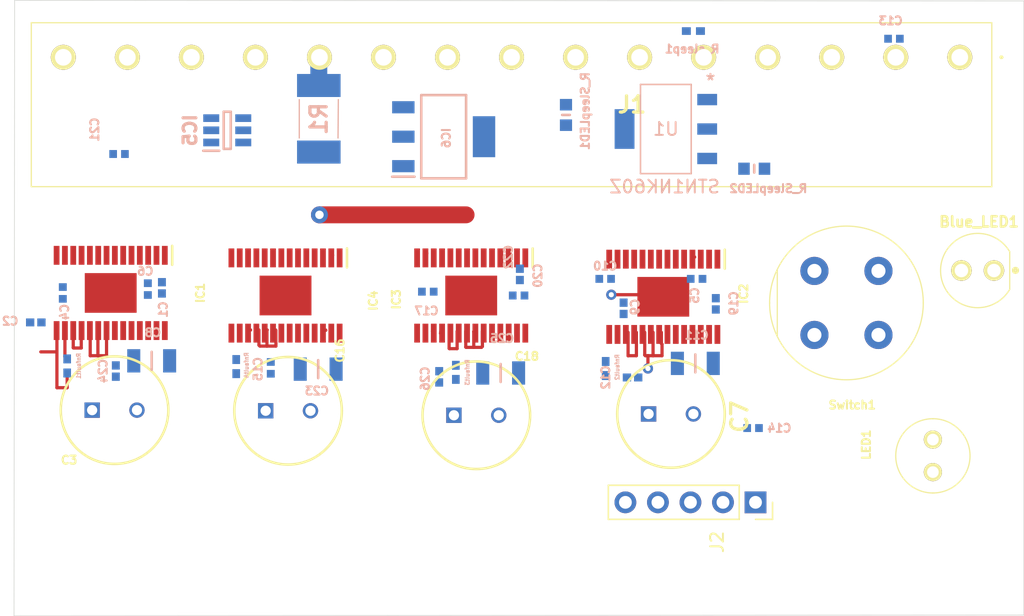
<source format=kicad_pcb>
(kicad_pcb (version 20171130) (host pcbnew "(5.1.9)-1")

  (general
    (thickness 1.6)
    (drawings 4)
    (tracks 82)
    (zones 0)
    (modules 46)
    (nets 71)
  )

  (page A4)
  (layers
    (0 F.Cu signal)
    (1 GND signal)
    (2 GND1 signal)
    (31 B.Cu signal)
    (32 B.Adhes user)
    (33 F.Adhes user)
    (34 B.Paste user)
    (35 F.Paste user)
    (36 B.SilkS user)
    (37 F.SilkS user)
    (38 B.Mask user)
    (39 F.Mask user)
    (40 Dwgs.User user)
    (41 Cmts.User user)
    (42 Eco1.User user)
    (43 Eco2.User user)
    (44 Edge.Cuts user)
    (45 Margin user)
    (46 B.CrtYd user)
    (47 F.CrtYd user)
    (48 B.Fab user)
    (49 F.Fab user)
  )

  (setup
    (last_trace_width 0.40894)
    (user_trace_width 0.40894)
    (user_trace_width 1.3208)
    (trace_clearance 0.2)
    (zone_clearance 0.508)
    (zone_45_only no)
    (trace_min 0.2)
    (via_size 0.8)
    (via_drill 0.4)
    (via_min_size 0.4)
    (via_min_drill 0.3)
    (user_via 1.3208 0.6604)
    (uvia_size 0.3)
    (uvia_drill 0.1)
    (uvias_allowed no)
    (uvia_min_size 0.2)
    (uvia_min_drill 0.1)
    (edge_width 0.05)
    (segment_width 0.2)
    (pcb_text_width 0.3)
    (pcb_text_size 1.5 1.5)
    (mod_edge_width 0.12)
    (mod_text_size 1 1)
    (mod_text_width 0.15)
    (pad_size 1.524 1.524)
    (pad_drill 0.762)
    (pad_to_mask_clearance 0)
    (aux_axis_origin 0 0)
    (visible_elements 7FFFF7FF)
    (pcbplotparams
      (layerselection 0x010fc_ffffffff)
      (usegerberextensions false)
      (usegerberattributes true)
      (usegerberadvancedattributes true)
      (creategerberjobfile true)
      (excludeedgelayer true)
      (linewidth 0.100000)
      (plotframeref false)
      (viasonmask false)
      (mode 1)
      (useauxorigin false)
      (hpglpennumber 1)
      (hpglpenspeed 20)
      (hpglpendiameter 15.000000)
      (psnegative false)
      (psa4output false)
      (plotreference true)
      (plotvalue true)
      (plotinvisibletext false)
      (padsonsilk false)
      (subtractmaskfromsilk false)
      (outputformat 1)
      (mirror false)
      (drillshape 1)
      (scaleselection 1)
      (outputdirectory ""))
  )

  (net 0 "")
  (net 1 "Net-(Blue_LED1-Pad2)")
  (net 2 "Net-(Blue_LED1-Pad1)")
  (net 3 /Vm)
  (net 4 "Net-(C1-Pad1)")
  (net 5 GND)
  (net 6 "Net-(C2-Pad1)")
  (net 7 GND1)
  (net 8 "Net-(C8-Pad2)")
  (net 9 "Net-(C8-Pad1)")
  (net 10 "Net-(C9-Pad1)")
  (net 11 "Net-(C11-Pad2)")
  (net 12 "Net-(C11-Pad1)")
  (net 13 "Net-(C12-Pad1)")
  (net 14 /3.3V_regulator)
  (net 15 "Net-(C19-Pad1)")
  (net 16 "Net-(C20-Pad1)")
  (net 17 "Net-(C23-Pad2)")
  (net 18 "Net-(C23-Pad1)")
  (net 19 "Net-(C24-Pad1)")
  (net 20 "Net-(C25-Pad2)")
  (net 21 "Net-(C25-Pad1)")
  (net 22 "Net-(C26-Pad1)")
  (net 23 /nsleep)
  (net 24 /PWM1)
  (net 25 /PWM2)
  (net 26 /MCU_DAC)
  (net 27 "Net-(IC1-Pad16)")
  (net 28 "Net-(IC1-Pad11)")
  (net 29 "Net-(IC1-Pad10)")
  (net 30 "Net-(IC1-Pad9)")
  (net 31 "Net-(IC1-Pad8)")
  (net 32 "Net-(IC1-Pad7)")
  (net 33 /M1-)
  (net 34 "Net-(IC1-Pad5)")
  (net 35 /M1+)
  (net 36 "Net-(IC1-Pad3)")
  (net 37 /PWM3)
  (net 38 /PWM4)
  (net 39 "Net-(IC2-Pad16)")
  (net 40 "Net-(IC2-Pad11)")
  (net 41 "Net-(IC2-Pad10)")
  (net 42 "Net-(IC2-Pad9)")
  (net 43 "Net-(IC2-Pad8)")
  (net 44 "Net-(IC2-Pad7)")
  (net 45 /M2-)
  (net 46 "Net-(IC2-Pad5)")
  (net 47 /M2+)
  (net 48 "Net-(IC3-Pad16)")
  (net 49 "Net-(IC3-Pad11)")
  (net 50 "Net-(IC3-Pad10)")
  (net 51 "Net-(IC3-Pad9)")
  (net 52 "Net-(IC3-Pad8)")
  (net 53 "Net-(IC3-Pad7)")
  (net 54 /M3-)
  (net 55 "Net-(IC3-Pad5)")
  (net 56 /M3+)
  (net 57 "Net-(IC4-Pad16)")
  (net 58 "Net-(IC4-Pad11)")
  (net 59 "Net-(IC4-Pad10)")
  (net 60 "Net-(IC4-Pad9)")
  (net 61 "Net-(IC4-Pad8)")
  (net 62 "Net-(IC4-Pad7)")
  (net 63 /M4-)
  (net 64 "Net-(IC4-Pad5)")
  (net 65 /M4+)
  (net 66 /Current_sense)
  (net 67 /12V_supply)
  (net 68 "Net-(LED1-Pad2)")
  (net 69 "Net-(Switch1-Pad3)")
  (net 70 "Net-(Switch1-Pad2)")

  (net_class Default "This is the default net class."
    (clearance 0.2)
    (trace_width 0.25)
    (via_dia 0.8)
    (via_drill 0.4)
    (uvia_dia 0.3)
    (uvia_drill 0.1)
    (add_net /12V_supply)
    (add_net /3.3V_regulator)
    (add_net /Current_sense)
    (add_net /M1+)
    (add_net /M1-)
    (add_net /M2+)
    (add_net /M2-)
    (add_net /M3+)
    (add_net /M3-)
    (add_net /M4+)
    (add_net /M4-)
    (add_net /MCU_DAC)
    (add_net /PWM1)
    (add_net /PWM2)
    (add_net /PWM3)
    (add_net /PWM4)
    (add_net /Vm)
    (add_net /nsleep)
    (add_net GND)
    (add_net GND1)
    (add_net "Net-(Blue_LED1-Pad1)")
    (add_net "Net-(Blue_LED1-Pad2)")
    (add_net "Net-(C1-Pad1)")
    (add_net "Net-(C11-Pad1)")
    (add_net "Net-(C11-Pad2)")
    (add_net "Net-(C12-Pad1)")
    (add_net "Net-(C19-Pad1)")
    (add_net "Net-(C2-Pad1)")
    (add_net "Net-(C20-Pad1)")
    (add_net "Net-(C23-Pad1)")
    (add_net "Net-(C23-Pad2)")
    (add_net "Net-(C24-Pad1)")
    (add_net "Net-(C25-Pad1)")
    (add_net "Net-(C25-Pad2)")
    (add_net "Net-(C26-Pad1)")
    (add_net "Net-(C8-Pad1)")
    (add_net "Net-(C8-Pad2)")
    (add_net "Net-(C9-Pad1)")
    (add_net "Net-(IC1-Pad10)")
    (add_net "Net-(IC1-Pad11)")
    (add_net "Net-(IC1-Pad16)")
    (add_net "Net-(IC1-Pad3)")
    (add_net "Net-(IC1-Pad5)")
    (add_net "Net-(IC1-Pad7)")
    (add_net "Net-(IC1-Pad8)")
    (add_net "Net-(IC1-Pad9)")
    (add_net "Net-(IC2-Pad10)")
    (add_net "Net-(IC2-Pad11)")
    (add_net "Net-(IC2-Pad16)")
    (add_net "Net-(IC2-Pad5)")
    (add_net "Net-(IC2-Pad7)")
    (add_net "Net-(IC2-Pad8)")
    (add_net "Net-(IC2-Pad9)")
    (add_net "Net-(IC3-Pad10)")
    (add_net "Net-(IC3-Pad11)")
    (add_net "Net-(IC3-Pad16)")
    (add_net "Net-(IC3-Pad5)")
    (add_net "Net-(IC3-Pad7)")
    (add_net "Net-(IC3-Pad8)")
    (add_net "Net-(IC3-Pad9)")
    (add_net "Net-(IC4-Pad10)")
    (add_net "Net-(IC4-Pad11)")
    (add_net "Net-(IC4-Pad16)")
    (add_net "Net-(IC4-Pad5)")
    (add_net "Net-(IC4-Pad7)")
    (add_net "Net-(IC4-Pad8)")
    (add_net "Net-(IC4-Pad9)")
    (add_net "Net-(LED1-Pad2)")
    (add_net "Net-(Switch1-Pad2)")
    (add_net "Net-(Switch1-Pad3)")
  )

  (module DRV8424PPWPR:SOP65P640X120-29N (layer F.Cu) (tedit 6147D9CD) (tstamp 614B3786)
    (at 124.85 64 270)
    (descr PWP0028M)
    (tags "Integrated Circuit")
    (path /61509ED6)
    (attr smd)
    (fp_text reference IC4 (at 0.4 -6.85 90) (layer F.SilkS)
      (effects (font (size 0.635 0.635) (thickness 0.15875)))
    )
    (fp_text value DRV8424PPWPR (at -0.2 -5.7 270) (layer F.SilkS) hide
      (effects (font (size 0.635 0.635) (thickness 0.15875)))
    )
    (fp_line (start -3.675 -4.8) (end -2.2 -4.8) (layer F.SilkS) (width 0.2))
    (fp_line (start -2.2 -4.2) (end -1.55 -4.85) (layer Dwgs.User) (width 0.1))
    (fp_line (start -2.2 4.85) (end -2.2 -4.85) (layer Dwgs.User) (width 0.1))
    (fp_line (start 2.2 4.85) (end -2.2 4.85) (layer Dwgs.User) (width 0.1))
    (fp_line (start 2.2 -4.85) (end 2.2 4.85) (layer Dwgs.User) (width 0.1))
    (fp_line (start -2.2 -4.85) (end 2.2 -4.85) (layer Dwgs.User) (width 0.1))
    (fp_line (start -3.925 5.15) (end -3.925 -5.15) (layer Dwgs.User) (width 0.05))
    (fp_line (start 3.925 5.15) (end -3.925 5.15) (layer Dwgs.User) (width 0.05))
    (fp_line (start 3.925 -5.15) (end 3.925 5.15) (layer Dwgs.User) (width 0.05))
    (fp_line (start -3.925 -5.15) (end 3.925 -5.15) (layer Dwgs.User) (width 0.05))
    (pad 29 smd rect (at 0 0 270) (size 3.1 4.05) (layers F.Cu F.Paste F.Mask)
      (net 7 GND1))
    (pad 28 smd rect (at 2.938 -4.225) (size 0.45 1.475) (layers F.Cu F.Paste F.Mask)
      (net 17 "Net-(C23-Pad2)"))
    (pad 27 smd rect (at 2.938 -3.575) (size 0.45 1.475) (layers F.Cu F.Paste F.Mask)
      (net 18 "Net-(C23-Pad1)"))
    (pad 26 smd rect (at 2.938 -2.925) (size 0.45 1.475) (layers F.Cu F.Paste F.Mask)
      (net 23 /nsleep))
    (pad 25 smd rect (at 2.938 -2.275) (size 0.45 1.475) (layers F.Cu F.Paste F.Mask)
      (net 37 /PWM3))
    (pad 24 smd rect (at 2.938 -1.625) (size 0.45 1.475) (layers F.Cu F.Paste F.Mask)
      (net 38 /PWM4))
    (pad 23 smd rect (at 2.938 -0.975) (size 0.45 1.475) (layers F.Cu F.Paste F.Mask)
      (net 5 GND))
    (pad 22 smd rect (at 2.938 -0.325) (size 0.45 1.475) (layers F.Cu F.Paste F.Mask)
      (net 5 GND))
    (pad 21 smd rect (at 2.938 0.325) (size 0.45 1.475) (layers F.Cu F.Paste F.Mask)
      (net 5 GND))
    (pad 20 smd rect (at 2.938 0.975) (size 0.45 1.475) (layers F.Cu F.Paste F.Mask)
      (net 5 GND))
    (pad 19 smd rect (at 2.938 1.625) (size 0.45 1.475) (layers F.Cu F.Paste F.Mask)
      (net 5 GND))
    (pad 18 smd rect (at 2.938 2.275) (size 0.45 1.475) (layers F.Cu F.Paste F.Mask)
      (net 26 /MCU_DAC))
    (pad 17 smd rect (at 2.938 2.925) (size 0.45 1.475) (layers F.Cu F.Paste F.Mask)
      (net 26 /MCU_DAC))
    (pad 16 smd rect (at 2.938 3.575) (size 0.45 1.475) (layers F.Cu F.Paste F.Mask)
      (net 57 "Net-(IC4-Pad16)"))
    (pad 15 smd rect (at 2.938 4.225) (size 0.45 1.475) (layers F.Cu F.Paste F.Mask)
      (net 19 "Net-(C24-Pad1)"))
    (pad 14 smd rect (at -2.938 4.225) (size 0.45 1.475) (layers F.Cu F.Paste F.Mask)
      (net 5 GND))
    (pad 13 smd rect (at -2.938 3.575) (size 0.45 1.475) (layers F.Cu F.Paste F.Mask)
      (net 3 /Vm))
    (pad 12 smd rect (at -2.938 2.925) (size 0.45 1.475) (layers F.Cu F.Paste F.Mask)
      (net 7 GND1))
    (pad 11 smd rect (at -2.938 2.275) (size 0.45 1.475) (layers F.Cu F.Paste F.Mask)
      (net 58 "Net-(IC4-Pad11)"))
    (pad 10 smd rect (at -2.938 1.625) (size 0.45 1.475) (layers F.Cu F.Paste F.Mask)
      (net 59 "Net-(IC4-Pad10)"))
    (pad 9 smd rect (at -2.938 0.975) (size 0.45 1.475) (layers F.Cu F.Paste F.Mask)
      (net 60 "Net-(IC4-Pad9)"))
    (pad 8 smd rect (at -2.938 0.325) (size 0.45 1.475) (layers F.Cu F.Paste F.Mask)
      (net 61 "Net-(IC4-Pad8)"))
    (pad 7 smd rect (at -2.938 -0.325) (size 0.45 1.475) (layers F.Cu F.Paste F.Mask)
      (net 62 "Net-(IC4-Pad7)"))
    (pad 6 smd rect (at -2.938 -0.975) (size 0.45 1.475) (layers F.Cu F.Paste F.Mask)
      (net 63 /M4-))
    (pad 5 smd rect (at -2.938 -1.625) (size 0.45 1.475) (layers F.Cu F.Paste F.Mask)
      (net 64 "Net-(IC4-Pad5)"))
    (pad 4 smd rect (at -2.938 -2.275) (size 0.45 1.475) (layers F.Cu F.Paste F.Mask)
      (net 65 /M4+))
    (pad 3 smd rect (at -2.938 -2.925) (size 0.45 1.475) (layers F.Cu F.Paste F.Mask)
      (net 7 GND1))
    (pad 2 smd rect (at -2.938 -3.575) (size 0.45 1.475) (layers F.Cu F.Paste F.Mask)
      (net 3 /Vm))
    (pad 1 smd rect (at -2.938 -4.225) (size 0.45 1.475) (layers F.Cu F.Paste F.Mask)
      (net 15 "Net-(C19-Pad1)"))
  )

  (module SamacSys_Parts:SOT230P700X180-4N (layer B.Cu) (tedit 0) (tstamp 614B37B5)
    (at 137.2 51.6)
    (descr "DCY (R-PDSO-G4)")
    (tags "Integrated Circuit")
    (path /6164C5B3)
    (attr smd)
    (fp_text reference IC6 (at 0.2 0.1 -270) (layer B.SilkS)
      (effects (font (size 0.635 0.635) (thickness 0.15875)) (justify mirror))
    )
    (fp_text value TPS7B8333QDCYRQ1 (at -6.7 19) (layer B.SilkS) hide
      (effects (font (size 0.8 0.8) (thickness 0.2)) (justify mirror))
    )
    (fp_line (start -4.275 3.6) (end 4.275 3.6) (layer B.CrtYd) (width 0.05))
    (fp_line (start 4.275 3.6) (end 4.275 -3.6) (layer B.CrtYd) (width 0.05))
    (fp_line (start 4.275 -3.6) (end -4.275 -3.6) (layer B.CrtYd) (width 0.05))
    (fp_line (start -4.275 -3.6) (end -4.275 3.6) (layer B.CrtYd) (width 0.05))
    (fp_line (start -1.75 3.25) (end 1.75 3.25) (layer B.Fab) (width 0.1))
    (fp_line (start 1.75 3.25) (end 1.75 -3.25) (layer B.Fab) (width 0.1))
    (fp_line (start 1.75 -3.25) (end -1.75 -3.25) (layer B.Fab) (width 0.1))
    (fp_line (start -1.75 -3.25) (end -1.75 3.25) (layer B.Fab) (width 0.1))
    (fp_line (start -1.75 0.95) (end 0.55 3.25) (layer B.Fab) (width 0.1))
    (fp_line (start -1.75 3.25) (end 1.75 3.25) (layer B.SilkS) (width 0.2))
    (fp_line (start 1.75 3.25) (end 1.75 -3.25) (layer B.SilkS) (width 0.2))
    (fp_line (start 1.75 -3.25) (end -1.75 -3.25) (layer B.SilkS) (width 0.2))
    (fp_line (start -1.75 -3.25) (end -1.75 3.25) (layer B.SilkS) (width 0.2))
    (fp_line (start -4.025 3.125) (end -2.275 3.125) (layer B.SilkS) (width 0.2))
    (pad 4 smd rect (at 3.15 0) (size 1.75 3.2) (layers B.Cu B.Paste B.Mask)
      (net 5 GND))
    (pad 3 smd rect (at -3.15 -2.3 270) (size 0.95 1.75) (layers B.Cu B.Paste B.Mask)
      (net 14 /3.3V_regulator))
    (pad 2 smd rect (at -3.15 0 270) (size 0.95 1.75) (layers B.Cu B.Paste B.Mask)
      (net 7 GND1))
    (pad 1 smd rect (at -3.15 2.3 270) (size 0.95 1.75) (layers B.Cu B.Paste B.Mask)
      (net 3 /Vm))
    (model "C:\\Users\\rasha\\OneDrive\\Documents\\Purdue Spring Semester 2021\\RF Research\\SamacSys_Parts.3dshapes\\TPS7B8333QDCYRQ1.stp"
      (at (xyz 0 0 0))
      (scale (xyz 1 1 1))
      (rotate (xyz 0 0 0))
    )
  )

  (module Connector_PinSocket_2.54mm:PinSocket_1x05_P2.54mm_Vertical (layer F.Cu) (tedit 5A19A420) (tstamp 61529E8D)
    (at 161.55 80.15 270)
    (descr "Through hole straight socket strip, 1x05, 2.54mm pitch, single row (from Kicad 4.0.7), script generated")
    (tags "Through hole socket strip THT 1x05 2.54mm single row")
    (path /6190909B)
    (fp_text reference J2 (at 3.1 3 90) (layer F.SilkS)
      (effects (font (size 1 1) (thickness 0.15)))
    )
    (fp_text value Conn_01x05_Female (at 0 12.93 90) (layer F.Fab)
      (effects (font (size 0.6 0.6) (thickness 0.15)))
    )
    (fp_text user %R (at 0 5.08) (layer F.Fab)
      (effects (font (size 1 1) (thickness 0.15)))
    )
    (fp_line (start -1.27 -1.27) (end 0.635 -1.27) (layer F.Fab) (width 0.1))
    (fp_line (start 0.635 -1.27) (end 1.27 -0.635) (layer F.Fab) (width 0.1))
    (fp_line (start 1.27 -0.635) (end 1.27 11.43) (layer F.Fab) (width 0.1))
    (fp_line (start 1.27 11.43) (end -1.27 11.43) (layer F.Fab) (width 0.1))
    (fp_line (start -1.27 11.43) (end -1.27 -1.27) (layer F.Fab) (width 0.1))
    (fp_line (start -1.33 1.27) (end 1.33 1.27) (layer F.SilkS) (width 0.12))
    (fp_line (start -1.33 1.27) (end -1.33 11.49) (layer F.SilkS) (width 0.12))
    (fp_line (start -1.33 11.49) (end 1.33 11.49) (layer F.SilkS) (width 0.12))
    (fp_line (start 1.33 1.27) (end 1.33 11.49) (layer F.SilkS) (width 0.12))
    (fp_line (start 1.33 -1.33) (end 1.33 0) (layer F.SilkS) (width 0.12))
    (fp_line (start 0 -1.33) (end 1.33 -1.33) (layer F.SilkS) (width 0.12))
    (fp_line (start -1.8 -1.8) (end 1.75 -1.8) (layer F.CrtYd) (width 0.05))
    (fp_line (start 1.75 -1.8) (end 1.75 11.9) (layer F.CrtYd) (width 0.05))
    (fp_line (start 1.75 11.9) (end -1.8 11.9) (layer F.CrtYd) (width 0.05))
    (fp_line (start -1.8 11.9) (end -1.8 -1.8) (layer F.CrtYd) (width 0.05))
    (pad 5 thru_hole oval (at 0 10.16 270) (size 1.7 1.7) (drill 1) (layers *.Cu *.Mask)
      (net 5 GND))
    (pad 4 thru_hole oval (at 0 7.62 270) (size 1.7 1.7) (drill 1) (layers *.Cu *.Mask)
      (net 5 GND))
    (pad 3 thru_hole oval (at 0 5.08 270) (size 1.7 1.7) (drill 1) (layers *.Cu *.Mask)
      (net 5 GND))
    (pad 2 thru_hole oval (at 0 2.54 270) (size 1.7 1.7) (drill 1) (layers *.Cu *.Mask)
      (net 66 /Current_sense))
    (pad 1 thru_hole rect (at 0 0 270) (size 1.7 1.7) (drill 1) (layers *.Cu *.Mask)
      (net 26 /MCU_DAC))
    (model ${KISYS3DMOD}/Connector_PinSocket_2.54mm.3dshapes/PinSocket_1x05_P2.54mm_Vertical.wrl
      (at (xyz 0 0 0))
      (scale (xyz 1 1 1))
      (rotate (xyz 0 0 0))
    )
  )

  (module SamacSys_Parts:CAPPRD350W60D840H1350 (layer F.Cu) (tedit 0) (tstamp 614B3668)
    (at 138 73.35)
    (descr 8*11.5-)
    (tags "Capacitor Polarised")
    (path /615464DE)
    (fp_text reference C18 (at 5.7 -4.6) (layer F.SilkS)
      (effects (font (size 0.635 0.635) (thickness 0.15875)))
    )
    (fp_text value 100u (at 6.1 -3.6) (layer F.SilkS) hide
      (effects (font (size 0.635 0.635) (thickness 0.15875)))
    )
    (fp_text user %R (at 0 0) (layer F.Fab)
      (effects (font (size 1.27 1.27) (thickness 0.254)))
    )
    (fp_circle (center 1.75 0) (end 1.75 4.2) (layer F.Fab) (width 0.1))
    (fp_circle (center 1.75 0) (end 1.75 4.2) (layer F.SilkS) (width 0.2))
    (pad 1 thru_hole rect (at 0 0) (size 1.2 1.2) (drill 0.8) (layers *.Cu *.Mask)
      (net 3 /Vm))
    (pad 2 thru_hole circle (at 3.5 0) (size 1.2 1.2) (drill 0.8) (layers *.Cu *.Mask)
      (net 7 GND1))
    (model "C:\\Users\\rasha\\OneDrive\\Documents\\Purdue Spring Semester 2021\\RF Research\\SamacSys_Parts.3dshapes\\UBT1C101MPD8TD.stp"
      (at (xyz 0 0 0))
      (scale (xyz 1 1 1))
      (rotate (xyz 0 0 0))
    )
  )

  (module CSS2H-2512R-L300F:CSS2H2512RL300F (layer B.Cu) (tedit 614810CE) (tstamp 614B41C3)
    (at 127.45 50.2 270)
    (descr CSS2H-2512R-L300F-5)
    (tags Resistor)
    (path /614D9FF2)
    (attr smd)
    (fp_text reference R1 (at 0 0 270) (layer B.SilkS)
      (effects (font (size 1.27 1.27) (thickness 0.254)) (justify mirror))
    )
    (fp_text value CSS2H-2512R-L300F (at -5.2 -0.1 180) (layer B.SilkS) hide
      (effects (font (size 0.3175 0.3175) (thickness 0.079375)) (justify mirror))
    )
    (fp_line (start -1.5 -1.525) (end 1.5 -1.5) (layer B.SilkS) (width 0.1))
    (fp_line (start -1.5 1.525) (end 1.5 1.525) (layer B.SilkS) (width 0.1))
    (fp_line (start -4.5 -2.7) (end -4.5 2.7) (layer Dwgs.User) (width 0.1))
    (fp_line (start 4.5 -2.7) (end -4.5 -2.7) (layer Dwgs.User) (width 0.1))
    (fp_line (start 4.5 2.7) (end 4.5 -2.7) (layer Dwgs.User) (width 0.1))
    (fp_line (start -4.5 2.7) (end 4.5 2.7) (layer Dwgs.User) (width 0.1))
    (fp_line (start -3.175 -1.525) (end -3.175 1.525) (layer Dwgs.User) (width 0.2))
    (fp_line (start 3.175 -1.525) (end -3.175 -1.525) (layer Dwgs.User) (width 0.2))
    (fp_line (start 3.175 1.525) (end 3.175 -1.525) (layer Dwgs.User) (width 0.2))
    (fp_line (start -3.175 1.525) (end 3.175 1.525) (layer Dwgs.User) (width 0.2))
    (pad 2 smd rect (at 2.6 0 270) (size 1.8 3.4) (layers B.Cu B.Paste B.Mask)
      (net 3 /Vm))
    (pad 1 smd rect (at -2.6 0 270) (size 1.8 3.4) (layers B.Cu B.Paste B.Mask)
      (net 67 /12V_supply))
  )

  (module MAX44284FAUT+T:SOT95P280X145-6N (layer B.Cu) (tedit 61480F47) (tstamp 614B379E)
    (at 120.3 51.1)
    (descr "6 SOT23-6")
    (tags "Integrated Circuit")
    (path /614D85C8)
    (attr smd)
    (fp_text reference IC5 (at -2.9 0 90) (layer B.SilkS)
      (effects (font (size 1 1) (thickness 0.25)) (justify mirror))
    )
    (fp_text value MAX44284FAUT+T (at -1.3 2.5) (layer B.SilkS) hide
      (effects (font (size 0.7 0.7) (thickness 0.175)) (justify mirror))
    )
    (fp_line (start -2.125 1.75) (end 2.125 1.75) (layer Dwgs.User) (width 0.05))
    (fp_line (start 2.125 1.75) (end 2.125 -1.75) (layer Dwgs.User) (width 0.05))
    (fp_line (start 2.125 -1.75) (end -2.125 -1.75) (layer Dwgs.User) (width 0.05))
    (fp_line (start -2.125 -1.75) (end -2.125 1.75) (layer Dwgs.User) (width 0.05))
    (fp_line (start -0.812 1.45) (end 0.812 1.45) (layer Dwgs.User) (width 0.1))
    (fp_line (start 0.812 1.45) (end 0.812 -1.45) (layer Dwgs.User) (width 0.1))
    (fp_line (start 0.812 -1.45) (end -0.812 -1.45) (layer Dwgs.User) (width 0.1))
    (fp_line (start -0.812 -1.45) (end -0.812 1.45) (layer Dwgs.User) (width 0.1))
    (fp_line (start -0.812 0.5) (end 0.138 1.45) (layer Dwgs.User) (width 0.1))
    (fp_line (start -0.275 1.45) (end 0.275 1.45) (layer B.SilkS) (width 0.2))
    (fp_line (start 0.275 1.45) (end 0.275 -1.45) (layer B.SilkS) (width 0.2))
    (fp_line (start 0.275 -1.45) (end -0.275 -1.45) (layer B.SilkS) (width 0.2))
    (fp_line (start -0.275 -1.45) (end -0.275 1.45) (layer B.SilkS) (width 0.2))
    (fp_line (start -1.875 1.6) (end -0.625 1.6) (layer B.SilkS) (width 0.2))
    (pad 1 smd rect (at -1.25 0.95 270) (size 0.6 1.25) (layers B.Cu B.Paste B.Mask)
      (net 14 /3.3V_regulator))
    (pad 2 smd rect (at -1.25 0 270) (size 0.6 1.25) (layers B.Cu B.Paste B.Mask)
      (net 7 GND1))
    (pad 3 smd rect (at -1.25 -0.95 270) (size 0.6 1.25) (layers B.Cu B.Paste B.Mask)
      (net 67 /12V_supply))
    (pad 4 smd rect (at 1.25 -0.95 270) (size 0.6 1.25) (layers B.Cu B.Paste B.Mask)
      (net 3 /Vm))
    (pad 5 smd rect (at 1.25 0 270) (size 0.6 1.25) (layers B.Cu B.Paste B.Mask)
      (net 66 /Current_sense))
    (pad 6 smd rect (at 1.25 0.95 270) (size 0.6 1.25) (layers B.Cu B.Paste B.Mask)
      (net 23 /nsleep))
  )

  (module C0402C224M4RACTU:CAPC1005X55N (layer B.Cu) (tedit 61480840) (tstamp 614B3676)
    (at 158.45 64.65 270)
    (descr "C0402(BB)")
    (tags Capacitor)
    (path /61509EF3)
    (attr smd)
    (fp_text reference C19 (at -0.04 -1.4 270) (layer B.SilkS)
      (effects (font (size 0.635 0.635) (thickness 0.15875)) (justify mirror))
    )
    (fp_text value 0.22u (at -1.64 0 180) (layer B.SilkS) hide
      (effects (font (size 0.635 0.635) (thickness 0.15875)) (justify mirror))
    )
    (fp_line (start -0.5 -0.25) (end -0.5 0.25) (layer Dwgs.User) (width 0.1))
    (fp_line (start 0.5 -0.25) (end -0.5 -0.25) (layer Dwgs.User) (width 0.1))
    (fp_line (start 0.5 0.25) (end 0.5 -0.25) (layer Dwgs.User) (width 0.1))
    (fp_line (start -0.5 0.25) (end 0.5 0.25) (layer Dwgs.User) (width 0.1))
    (fp_line (start -0.915 -0.46) (end -0.915 0.46) (layer Dwgs.User) (width 0.05))
    (fp_line (start 0.915 -0.46) (end -0.915 -0.46) (layer Dwgs.User) (width 0.05))
    (fp_line (start 0.915 0.46) (end 0.915 -0.46) (layer Dwgs.User) (width 0.05))
    (fp_line (start -0.915 0.46) (end 0.915 0.46) (layer Dwgs.User) (width 0.05))
    (pad 2 smd rect (at 0.44 0 180) (size 0.62 0.65) (layers B.Cu B.Paste B.Mask)
      (net 3 /Vm))
    (pad 1 smd rect (at -0.44 0 180) (size 0.62 0.65) (layers B.Cu B.Paste B.Mask)
      (net 15 "Net-(C19-Pad1)"))
  )

  (module 1988930:1988930 (layer F.Cu) (tedit 61515B46) (tstamp 6151B3D9)
    (at 177.5 45.4 180)
    (descr 1988930-1)
    (tags Connector)
    (path /6161CABA)
    (fp_text reference J1 (at 25.6 -3.7) (layer F.SilkS)
      (effects (font (size 1.27 1.27) (thickness 0.254)))
    )
    (fp_text value 1988930 (at 34.6 -3.7) (layer F.SilkS) hide
      (effects (font (size 1.27 1.27) (thickness 0.254)))
    )
    (fp_arc (start -3.25 0) (end -3.3 0) (angle -180) (layer F.SilkS) (width 0.2))
    (fp_arc (start -3.25 0) (end -3.2 0) (angle -180) (layer F.SilkS) (width 0.2))
    (fp_arc (start -3.25 0) (end -3.3 0) (angle -180) (layer F.SilkS) (width 0.2))
    (fp_line (start -3.3 0) (end -3.3 0) (layer F.SilkS) (width 0.2))
    (fp_line (start -3.2 0) (end -3.2 0) (layer F.SilkS) (width 0.2))
    (fp_line (start -3.3 0) (end -3.3 0) (layer F.SilkS) (width 0.2))
    (fp_line (start -4.3 3.7) (end -4.3 -11.1) (layer Dwgs.User) (width 0.1))
    (fp_line (start 73.5 3.7) (end -4.3 3.7) (layer Dwgs.User) (width 0.1))
    (fp_line (start 73.5 -11.1) (end 73.5 3.7) (layer Dwgs.User) (width 0.1))
    (fp_line (start -4.3 -11.1) (end 73.5 -11.1) (layer Dwgs.User) (width 0.1))
    (fp_line (start -2.5 2.7) (end -2.5 -10.1) (layer F.SilkS) (width 0.1))
    (fp_line (start 72.5 2.7) (end -2.5 2.7) (layer F.SilkS) (width 0.1))
    (fp_line (start 72.5 -10.1) (end 72.5 2.7) (layer F.SilkS) (width 0.1))
    (fp_line (start -2.5 -10.1) (end 72.5 -10.1) (layer F.SilkS) (width 0.1))
    (fp_line (start -2.5 -10.1) (end -2.5 2.7) (layer Dwgs.User) (width 0.2))
    (fp_line (start 72.5 -10.1) (end -2.5 -10.1) (layer Dwgs.User) (width 0.2))
    (fp_line (start 72.5 2.7) (end 72.5 -10.1) (layer Dwgs.User) (width 0.2))
    (fp_line (start -2.5 2.7) (end 72.5 2.7) (layer Dwgs.User) (width 0.2))
    (pad 15 thru_hole circle (at 70 0 270) (size 1.95 1.95) (drill 1.3) (layers *.Cu *.Mask F.SilkS)
      (net 38 /PWM4))
    (pad 14 thru_hole circle (at 65 0 270) (size 1.95 1.95) (drill 1.3) (layers *.Cu *.Mask F.SilkS)
      (net 63 /M4-))
    (pad 13 thru_hole circle (at 60 0 270) (size 1.95 1.95) (drill 1.3) (layers *.Cu *.Mask F.SilkS)
      (net 5 GND))
    (pad 12 thru_hole circle (at 55 0 270) (size 1.95 1.95) (drill 1.3) (layers *.Cu *.Mask F.SilkS)
      (net 7 GND1))
    (pad 11 thru_hole circle (at 50 0 270) (size 1.95 1.95) (drill 1.3) (layers *.Cu *.Mask F.SilkS)
      (net 67 /12V_supply))
    (pad 10 thru_hole circle (at 45 0 270) (size 1.95 1.95) (drill 1.3) (layers *.Cu *.Mask F.SilkS)
      (net 65 /M4+))
    (pad 9 thru_hole circle (at 40 0 270) (size 1.95 1.95) (drill 1.3) (layers *.Cu *.Mask F.SilkS)
      (net 54 /M3-))
    (pad 8 thru_hole circle (at 35 0 270) (size 1.95 1.95) (drill 1.3) (layers *.Cu *.Mask F.SilkS)
      (net 56 /M3+))
    (pad 7 thru_hole circle (at 30 0 270) (size 1.95 1.95) (drill 1.3) (layers *.Cu *.Mask F.SilkS)
      (net 45 /M2-))
    (pad 6 thru_hole circle (at 25 0 270) (size 1.95 1.95) (drill 1.3) (layers *.Cu *.Mask F.SilkS)
      (net 47 /M2+))
    (pad 5 thru_hole circle (at 20 0 270) (size 1.95 1.95) (drill 1.3) (layers *.Cu *.Mask F.SilkS)
      (net 33 /M1-))
    (pad 4 thru_hole circle (at 15 0 270) (size 1.95 1.95) (drill 1.3) (layers *.Cu *.Mask F.SilkS)
      (net 35 /M1+))
    (pad 3 thru_hole circle (at 10 0 270) (size 1.95 1.95) (drill 1.3) (layers *.Cu *.Mask F.SilkS)
      (net 37 /PWM3))
    (pad 2 thru_hole circle (at 5 0 270) (size 1.95 1.95) (drill 1.3) (layers *.Cu *.Mask F.SilkS)
      (net 25 /PWM2))
    (pad 1 thru_hole circle (at 0 0 270) (size 1.95 1.95) (drill 1.3) (layers *.Cu *.Mask F.SilkS)
      (net 24 /PWM1))
  )

  (module C503B-BCN-CV0Z0461:C503B-BCN (layer F.Cu) (tedit 6147F9E8) (tstamp 614B357E)
    (at 178.9 62.05)
    (descr C503B-BCN)
    (tags LED)
    (path /614A5E46)
    (fp_text reference Blue_LED1 (at 0.1 -3.8) (layer F.SilkS)
      (effects (font (size 0.8 0.8) (thickness 0.2)))
    )
    (fp_text value LED (at 0 4.3) (layer F.SilkS) hide
      (effects (font (size 0.635 0.635) (thickness 0.15875)))
    )
    (fp_line (start 2.5 1.46969) (end 2.5 -1.46969) (layer F.SilkS) (width 0.1))
    (fp_line (start 2.5 -1.46969) (end 2.5 1.46969) (layer Dwgs.User) (width 0.1))
    (fp_circle (center 2.949 -0.013) (end 2.922 -0.013) (layer F.SilkS) (width 0.254))
    (fp_arc (start 0 0) (end 2.5 -1.46969) (angle -299.1) (layer Dwgs.User) (width 0.1))
    (fp_arc (start 0 0) (end 2.5 -1.46969) (angle -299.1) (layer F.SilkS) (width 0.1))
    (pad 1 thru_hole circle (at 1.27 0 90) (size 1.6 1.6) (drill 1.05) (layers *.Cu *.Mask F.SilkS)
      (net 2 "Net-(Blue_LED1-Pad1)"))
    (pad 2 thru_hole circle (at -1.27 0 90) (size 1.6 1.6) (drill 1.05) (layers *.Cu *.Mask F.SilkS)
      (net 1 "Net-(Blue_LED1-Pad2)"))
  )

  (module HMK105B7103KVHFE:CAPC1005X55N (layer B.Cu) (tedit 614802FB) (tstamp 614B35BF)
    (at 156.95 62.7 180)
    (descr 0402)
    (tags Capacitor)
    (path /614F2E16)
    (attr smd)
    (fp_text reference C5 (at 0.15 -1.3 90) (layer B.SilkS)
      (effects (font (size 0.635 0.635) (thickness 0.15875)) (justify mirror))
    )
    (fp_text value 0.01u (at 1.1 -1.85 90) (layer B.SilkS) hide
      (effects (font (size 0.635 0.635) (thickness 0.15875)) (justify mirror))
    )
    (fp_line (start -0.5 -0.25) (end -0.5 0.25) (layer Dwgs.User) (width 0.1))
    (fp_line (start 0.5 -0.25) (end -0.5 -0.25) (layer Dwgs.User) (width 0.1))
    (fp_line (start 0.5 0.25) (end 0.5 -0.25) (layer Dwgs.User) (width 0.1))
    (fp_line (start -0.5 0.25) (end 0.5 0.25) (layer Dwgs.User) (width 0.1))
    (fp_line (start -0.91 -0.46) (end -0.91 0.46) (layer Dwgs.User) (width 0.05))
    (fp_line (start 0.91 -0.46) (end -0.91 -0.46) (layer Dwgs.User) (width 0.05))
    (fp_line (start 0.91 0.46) (end 0.91 -0.46) (layer Dwgs.User) (width 0.05))
    (fp_line (start -0.91 0.46) (end 0.91 0.46) (layer Dwgs.User) (width 0.05))
    (pad 2 smd rect (at 0.46 0 180) (size 0.6 0.62) (layers B.Cu B.Paste B.Mask)
      (net 7 GND1))
    (pad 1 smd rect (at -0.46 0 180) (size 0.6 0.62) (layers B.Cu B.Paste B.Mask)
      (net 3 /Vm))
  )

  (module "STM MOSFET:STN1NK60Z" (layer B.Cu) (tedit 0) (tstamp 614B38B9)
    (at 154.55 51 180)
    (path /6149836E)
    (fp_text reference U1 (at 0 0) (layer B.SilkS)
      (effects (font (size 1 1) (thickness 0.15)) (justify mirror))
    )
    (fp_text value STN1NK60Z (at 0.1 -4.5) (layer B.SilkS)
      (effects (font (size 1 1) (thickness 0.15)) (justify mirror))
    )
    (fp_line (start 2.1082 -3.6068) (end -2.1082 -3.6068) (layer B.CrtYd) (width 0.05))
    (fp_line (start 2.1082 -1.8034) (end 2.1082 -3.6068) (layer B.CrtYd) (width 0.05))
    (fp_line (start 4.2799 -1.8034) (end 2.1082 -1.8034) (layer B.CrtYd) (width 0.05))
    (fp_line (start 4.2799 1.8034) (end 4.2799 -1.8034) (layer B.CrtYd) (width 0.05))
    (fp_line (start 2.1082 1.8034) (end 4.2799 1.8034) (layer B.CrtYd) (width 0.05))
    (fp_line (start 2.1082 3.6068) (end 2.1082 1.8034) (layer B.CrtYd) (width 0.05))
    (fp_line (start -2.1082 3.6068) (end 2.1082 3.6068) (layer B.CrtYd) (width 0.05))
    (fp_line (start -2.1082 2.9985) (end -2.1082 3.6068) (layer B.CrtYd) (width 0.05))
    (fp_line (start -4.2799 2.9985) (end -2.1082 2.9985) (layer B.CrtYd) (width 0.05))
    (fp_line (start -4.2799 -2.9985) (end -4.2799 2.9985) (layer B.CrtYd) (width 0.05))
    (fp_line (start -2.1082 -2.9985) (end -4.2799 -2.9985) (layer B.CrtYd) (width 0.05))
    (fp_line (start -2.1082 -3.6068) (end -2.1082 -2.9985) (layer B.CrtYd) (width 0.05))
    (fp_line (start -1.8542 3.3528) (end -1.8542 -3.3528) (layer B.Fab) (width 0.1))
    (fp_line (start 1.8542 3.3528) (end -1.8542 3.3528) (layer B.Fab) (width 0.1))
    (fp_line (start 1.8542 -3.3528) (end 1.8542 3.3528) (layer B.Fab) (width 0.1))
    (fp_line (start -1.8542 -3.3528) (end 1.8542 -3.3528) (layer B.Fab) (width 0.1))
    (fp_line (start -1.9812 3.4798) (end -1.9812 -3.4798) (layer B.SilkS) (width 0.12))
    (fp_line (start 1.9812 3.4798) (end -1.9812 3.4798) (layer B.SilkS) (width 0.12))
    (fp_line (start 1.9812 -3.4798) (end 1.9812 3.4798) (layer B.SilkS) (width 0.12))
    (fp_line (start -1.9812 -3.4798) (end 1.9812 -3.4798) (layer B.SilkS) (width 0.12))
    (fp_line (start 3.6449 1.5748) (end 1.8542 1.5748) (layer B.Fab) (width 0.1))
    (fp_line (start 3.6449 -1.5748) (end 3.6449 1.5748) (layer B.Fab) (width 0.1))
    (fp_line (start 1.8542 -1.5748) (end 3.6449 -1.5748) (layer B.Fab) (width 0.1))
    (fp_line (start 1.8542 1.5748) (end 1.8542 -1.5748) (layer B.Fab) (width 0.1))
    (fp_line (start -3.6449 -2.719099) (end -1.8542 -2.719099) (layer B.Fab) (width 0.1))
    (fp_line (start -3.6449 -1.880899) (end -3.6449 -2.719099) (layer B.Fab) (width 0.1))
    (fp_line (start -1.8542 -1.880899) (end -3.6449 -1.880899) (layer B.Fab) (width 0.1))
    (fp_line (start -1.8542 -2.719099) (end -1.8542 -1.880899) (layer B.Fab) (width 0.1))
    (fp_line (start -3.6449 -0.419099) (end -1.8542 -0.419099) (layer B.Fab) (width 0.1))
    (fp_line (start -3.6449 0.419101) (end -3.6449 -0.419099) (layer B.Fab) (width 0.1))
    (fp_line (start -1.8542 0.419101) (end -3.6449 0.419101) (layer B.Fab) (width 0.1))
    (fp_line (start -1.8542 -0.419099) (end -1.8542 0.419101) (layer B.Fab) (width 0.1))
    (fp_line (start -3.6449 1.880901) (end -1.8542 1.880901) (layer B.Fab) (width 0.1))
    (fp_line (start -3.6449 2.719101) (end -3.6449 1.880901) (layer B.Fab) (width 0.1))
    (fp_line (start -1.8542 2.719101) (end -3.6449 2.719101) (layer B.Fab) (width 0.1))
    (fp_line (start -1.8542 1.880901) (end -1.8542 2.719101) (layer B.Fab) (width 0.1))
    (fp_text user "Copyright 2021 Accelerated Designs. All rights reserved." (at 0 0) (layer Cmts.User)
      (effects (font (size 0.127 0.127) (thickness 0.002)))
    )
    (fp_text user * (at -3.4798 3.7605) (layer B.SilkS)
      (effects (font (size 1 1) (thickness 0.15)) (justify mirror))
    )
    (fp_text user * (at -1.6002 3.2525) (layer B.Fab)
      (effects (font (size 1 1) (thickness 0.15)) (justify mirror))
    )
    (fp_text user * (at -1.6002 3.2525) (layer B.Fab)
      (effects (font (size 1 1) (thickness 0.15)) (justify mirror))
    )
    (fp_text user * (at -3.4798 3.7605) (layer B.SilkS)
      (effects (font (size 1 1) (thickness 0.15)) (justify mirror))
    )
    (pad 1 smd rect (at -3.2258 2.3 180) (size 1.5494 0.889) (layers B.Cu B.Paste B.Mask)
      (net 1 "Net-(Blue_LED1-Pad2)"))
    (pad 2 smd rect (at -3.2258 0 180) (size 1.5494 0.889) (layers B.Cu B.Paste B.Mask)
      (net 23 /nsleep))
    (pad 3 smd rect (at -3.2258 -2.3 180) (size 1.5494 0.889) (layers B.Cu B.Paste B.Mask)
      (net 5 GND))
    (pad 4 smd rect (at 3.2258 0 180) (size 1.5494 3.0988) (layers B.Cu B.Paste B.Mask))
  )

  (module SamacSys_Parts:D6R40F1LFS (layer F.Cu) (tedit 0) (tstamp 614B3888)
    (at 166.15 62.1)
    (descr D6R50F1LFS-2)
    (tags Switch)
    (path /614AD3C3)
    (fp_text reference Switch1 (at 2.95 10.45) (layer F.SilkS)
      (effects (font (size 0.635 0.635) (thickness 0.15875)))
    )
    (fp_text value D6R60F1LFS (at 2.2 -5.8) (layer F.SilkS) hide
      (effects (font (size 0.635 0.635) (thickness 0.15875)))
    )
    (fp_line (start -2.9 -0.12) (end -2.9 5.08) (layer F.SilkS) (width 0.1))
    (fp_line (start -2.9 -0.12) (end -2.9 5.08) (layer F.Fab) (width 0.2))
    (fp_line (start 8.5 2.48) (end 8.5 2.48) (layer F.SilkS) (width 0.1))
    (fp_line (start -3.5 2.48) (end -3.5 2.48) (layer F.SilkS) (width 0.1))
    (fp_line (start 8.5 2.48) (end 8.5 2.48) (layer F.Fab) (width 0.2))
    (fp_line (start -3.5 2.48) (end -3.5 2.48) (layer F.Fab) (width 0.2))
    (fp_line (start -4.5 9.48) (end -4.5 -4.52) (layer F.CrtYd) (width 0.1))
    (fp_line (start 9.5 9.48) (end -4.5 9.48) (layer F.CrtYd) (width 0.1))
    (fp_line (start 9.5 -4.52) (end 9.5 9.48) (layer F.CrtYd) (width 0.1))
    (fp_line (start -4.5 -4.52) (end 9.5 -4.52) (layer F.CrtYd) (width 0.1))
    (fp_arc (start 2.5 2.48) (end -3.5 2.48) (angle -180) (layer F.Fab) (width 0.2))
    (fp_arc (start 2.5 2.48) (end 8.5 2.48) (angle -180) (layer F.Fab) (width 0.2))
    (fp_arc (start 2.5 2.48) (end -3.5 2.48) (angle -180) (layer F.SilkS) (width 0.1))
    (fp_arc (start 2.5 2.48) (end 8.5 2.48) (angle -180) (layer F.SilkS) (width 0.1))
    (pad 1 thru_hole circle (at 0 -0.02) (size 2.2 2.2) (drill 1.1) (layers *.Cu *.Mask)
      (net 14 /3.3V_regulator))
    (pad 2 thru_hole circle (at 5 -0.02) (size 2.2 2.2) (drill 1.1) (layers *.Cu *.Mask)
      (net 70 "Net-(Switch1-Pad2)"))
    (pad 3 thru_hole circle (at 0 4.98) (size 2.2 2.2) (drill 1.1) (layers *.Cu *.Mask)
      (net 69 "Net-(Switch1-Pad3)"))
    (pad 4 thru_hole circle (at 5 4.98) (size 2.2 2.2) (drill 1.1) (layers *.Cu *.Mask)
      (net 1 "Net-(Blue_LED1-Pad2)"))
  )

  (module MCS04020D4701BE000:RESC1005X37N (layer B.Cu) (tedit 61480ADF) (tstamp 614B3871)
    (at 138.15 70 270)
    (descr MCS0402)
    (tags Resistor)
    (path /615464E6)
    (attr smd)
    (fp_text reference Rnfault3 (at 0 -0.9 270) (layer B.SilkS)
      (effects (font (size 0.3175 0.3175) (thickness 0.079375)) (justify mirror))
    )
    (fp_text value 4.7k (at -1.75 -1.3 180) (layer B.SilkS) hide
      (effects (font (size 0.635 0.635) (thickness 0.15875)) (justify mirror))
    )
    (fp_line (start -0.5 -0.25) (end -0.5 0.25) (layer Dwgs.User) (width 0.1))
    (fp_line (start 0.5 -0.25) (end -0.5 -0.25) (layer Dwgs.User) (width 0.1))
    (fp_line (start 0.5 0.25) (end 0.5 -0.25) (layer Dwgs.User) (width 0.1))
    (fp_line (start -0.5 0.25) (end 0.5 0.25) (layer Dwgs.User) (width 0.1))
    (fp_line (start -1.15 -0.55) (end -1.15 0.55) (layer Dwgs.User) (width 0.05))
    (fp_line (start 1.15 -0.55) (end -1.15 -0.55) (layer Dwgs.User) (width 0.05))
    (fp_line (start 1.15 0.55) (end 1.15 -0.55) (layer Dwgs.User) (width 0.05))
    (fp_line (start -1.15 0.55) (end 1.15 0.55) (layer Dwgs.User) (width 0.05))
    (pad 2 smd rect (at 0.55 0 180) (size 0.6 0.7) (layers B.Cu B.Paste B.Mask)
      (net 48 "Net-(IC3-Pad16)"))
    (pad 1 smd rect (at -0.55 0 180) (size 0.6 0.7) (layers B.Cu B.Paste B.Mask)
      (net 22 "Net-(C26-Pad1)"))
  )

  (module MCS04020D4701BE000:RESC1005X37N (layer B.Cu) (tedit 61480ADF) (tstamp 614B3863)
    (at 121 69.55 270)
    (descr MCS0402)
    (tags Resistor)
    (path /61509F52)
    (attr smd)
    (fp_text reference Rnfault4 (at -0.1 -0.8 270) (layer B.SilkS)
      (effects (font (size 0.3175 0.3175) (thickness 0.079375)) (justify mirror))
    )
    (fp_text value 4.7k (at 0 0 270) (layer B.SilkS) hide
      (effects (font (size 0.635 0.635) (thickness 0.15875)) (justify mirror))
    )
    (fp_line (start -0.5 -0.25) (end -0.5 0.25) (layer Dwgs.User) (width 0.1))
    (fp_line (start 0.5 -0.25) (end -0.5 -0.25) (layer Dwgs.User) (width 0.1))
    (fp_line (start 0.5 0.25) (end 0.5 -0.25) (layer Dwgs.User) (width 0.1))
    (fp_line (start -0.5 0.25) (end 0.5 0.25) (layer Dwgs.User) (width 0.1))
    (fp_line (start -1.15 -0.55) (end -1.15 0.55) (layer Dwgs.User) (width 0.05))
    (fp_line (start 1.15 -0.55) (end -1.15 -0.55) (layer Dwgs.User) (width 0.05))
    (fp_line (start 1.15 0.55) (end 1.15 -0.55) (layer Dwgs.User) (width 0.05))
    (fp_line (start -1.15 0.55) (end 1.15 0.55) (layer Dwgs.User) (width 0.05))
    (pad 2 smd rect (at 0.55 0 180) (size 0.6 0.7) (layers B.Cu B.Paste B.Mask)
      (net 57 "Net-(IC4-Pad16)"))
    (pad 1 smd rect (at -0.55 0 180) (size 0.6 0.7) (layers B.Cu B.Paste B.Mask)
      (net 19 "Net-(C24-Pad1)"))
  )

  (module MCS04020D4701BE000:RESC1005X37N (layer B.Cu) (tedit 61480ADF) (tstamp 614B3855)
    (at 149.85 69.7 270)
    (descr MCS0402)
    (tags Resistor)
    (path /614F2E65)
    (attr smd)
    (fp_text reference Rnfault2 (at -0.1 -0.9 270) (layer B.SilkS)
      (effects (font (size 0.3175 0.3175) (thickness 0.079375)) (justify mirror))
    )
    (fp_text value 4.7k (at -2.35 -0.9 90) (layer B.SilkS) hide
      (effects (font (size 0.635 0.635) (thickness 0.15875)) (justify mirror))
    )
    (fp_line (start -0.5 -0.25) (end -0.5 0.25) (layer Dwgs.User) (width 0.1))
    (fp_line (start 0.5 -0.25) (end -0.5 -0.25) (layer Dwgs.User) (width 0.1))
    (fp_line (start 0.5 0.25) (end 0.5 -0.25) (layer Dwgs.User) (width 0.1))
    (fp_line (start -0.5 0.25) (end 0.5 0.25) (layer Dwgs.User) (width 0.1))
    (fp_line (start -1.15 -0.55) (end -1.15 0.55) (layer Dwgs.User) (width 0.05))
    (fp_line (start 1.15 -0.55) (end -1.15 -0.55) (layer Dwgs.User) (width 0.05))
    (fp_line (start 1.15 0.55) (end 1.15 -0.55) (layer Dwgs.User) (width 0.05))
    (fp_line (start -1.15 0.55) (end 1.15 0.55) (layer Dwgs.User) (width 0.05))
    (pad 2 smd rect (at 0.55 0 180) (size 0.6 0.7) (layers B.Cu B.Paste B.Mask)
      (net 39 "Net-(IC2-Pad16)"))
    (pad 1 smd rect (at -0.55 0 180) (size 0.6 0.7) (layers B.Cu B.Paste B.Mask)
      (net 13 "Net-(C12-Pad1)"))
  )

  (module MCS04020D4701BE000:RESC1005X37N (layer B.Cu) (tedit 61480ADF) (tstamp 614B3847)
    (at 107.8 69.5 270)
    (descr MCS0402)
    (tags Resistor)
    (path /614D0F4A)
    (attr smd)
    (fp_text reference Rnfault1 (at 0 -0.9 270) (layer B.SilkS)
      (effects (font (size 0.3175 0.3175) (thickness 0.079375)) (justify mirror))
    )
    (fp_text value 4.7k (at -2.5 0 180) (layer B.SilkS) hide
      (effects (font (size 0.635 0.635) (thickness 0.15875)) (justify mirror))
    )
    (fp_line (start -0.5 -0.25) (end -0.5 0.25) (layer Dwgs.User) (width 0.1))
    (fp_line (start 0.5 -0.25) (end -0.5 -0.25) (layer Dwgs.User) (width 0.1))
    (fp_line (start 0.5 0.25) (end 0.5 -0.25) (layer Dwgs.User) (width 0.1))
    (fp_line (start -0.5 0.25) (end 0.5 0.25) (layer Dwgs.User) (width 0.1))
    (fp_line (start -1.15 -0.55) (end -1.15 0.55) (layer Dwgs.User) (width 0.05))
    (fp_line (start 1.15 -0.55) (end -1.15 -0.55) (layer Dwgs.User) (width 0.05))
    (fp_line (start 1.15 0.55) (end 1.15 -0.55) (layer Dwgs.User) (width 0.05))
    (fp_line (start -1.15 0.55) (end 1.15 0.55) (layer Dwgs.User) (width 0.05))
    (pad 2 smd rect (at 0.55 0 180) (size 0.6 0.7) (layers B.Cu B.Paste B.Mask)
      (net 27 "Net-(IC1-Pad16)"))
    (pad 1 smd rect (at -0.55 0 180) (size 0.6 0.7) (layers B.Cu B.Paste B.Mask)
      (net 6 "Net-(C2-Pad1)"))
  )

  (module RS73F1JTTD3300D:RESC1608X55N (layer B.Cu) (tedit 6147FBDD) (tstamp 614B3839)
    (at 161.45 54.1)
    (descr 06034)
    (tags Resistor)
    (path /6168ED78)
    (attr smd)
    (fp_text reference R_SleepLED2 (at 1.1 1.55) (layer B.SilkS)
      (effects (font (size 0.635 0.635) (thickness 0.15875)) (justify mirror))
    )
    (fp_text value 330 (at -0.05 -1.35) (layer B.SilkS) hide
      (effects (font (size 0.635 0.635) (thickness 0.15875)) (justify mirror))
    )
    (fp_line (start -1.5 0.75) (end 1.5 0.75) (layer Dwgs.User) (width 0.05))
    (fp_line (start 1.5 0.75) (end 1.5 -0.75) (layer Dwgs.User) (width 0.05))
    (fp_line (start 1.5 -0.75) (end -1.5 -0.75) (layer Dwgs.User) (width 0.05))
    (fp_line (start -1.5 -0.75) (end -1.5 0.75) (layer Dwgs.User) (width 0.05))
    (fp_line (start -0.8 0.4) (end 0.8 0.4) (layer Dwgs.User) (width 0.1))
    (fp_line (start 0.8 0.4) (end 0.8 -0.4) (layer Dwgs.User) (width 0.1))
    (fp_line (start 0.8 -0.4) (end -0.8 -0.4) (layer Dwgs.User) (width 0.1))
    (fp_line (start -0.8 -0.4) (end -0.8 0.4) (layer Dwgs.User) (width 0.1))
    (fp_line (start 0 0.3) (end 0 -0.3) (layer B.SilkS) (width 0.2))
    (pad 1 smd rect (at -0.8 0) (size 0.9 0.95) (layers B.Cu B.Paste B.Mask)
      (net 68 "Net-(LED1-Pad2)"))
    (pad 2 smd rect (at 0.8 0) (size 0.9 0.95) (layers B.Cu B.Paste B.Mask)
      (net 5 GND))
  )

  (module RS73F1JTTD3300D:RESC1608X55N (layer B.Cu) (tedit 6147FBDD) (tstamp 614B382A)
    (at 146.75 49.9 90)
    (descr 06034)
    (tags Resistor)
    (path /614A8292)
    (attr smd)
    (fp_text reference R_SleepLED1 (at 0.3 1.5 90) (layer B.SilkS)
      (effects (font (size 0.635 0.635) (thickness 0.15875)) (justify mirror))
    )
    (fp_text value 330 (at 0 0 270) (layer B.SilkS) hide
      (effects (font (size 1.27 1.27) (thickness 0.254)) (justify mirror))
    )
    (fp_line (start -1.5 0.75) (end 1.5 0.75) (layer Dwgs.User) (width 0.05))
    (fp_line (start 1.5 0.75) (end 1.5 -0.75) (layer Dwgs.User) (width 0.05))
    (fp_line (start 1.5 -0.75) (end -1.5 -0.75) (layer Dwgs.User) (width 0.05))
    (fp_line (start -1.5 -0.75) (end -1.5 0.75) (layer Dwgs.User) (width 0.05))
    (fp_line (start -0.8 0.4) (end 0.8 0.4) (layer Dwgs.User) (width 0.1))
    (fp_line (start 0.8 0.4) (end 0.8 -0.4) (layer Dwgs.User) (width 0.1))
    (fp_line (start 0.8 -0.4) (end -0.8 -0.4) (layer Dwgs.User) (width 0.1))
    (fp_line (start -0.8 -0.4) (end -0.8 0.4) (layer Dwgs.User) (width 0.1))
    (fp_line (start 0 0.3) (end 0 -0.3) (layer B.SilkS) (width 0.2))
    (pad 1 smd rect (at -0.8 0 90) (size 0.9 0.95) (layers B.Cu B.Paste B.Mask)
      (net 2 "Net-(Blue_LED1-Pad1)"))
    (pad 2 smd rect (at 0.8 0 90) (size 0.9 0.95) (layers B.Cu B.Paste B.Mask)
      (net 5 GND))
  )

  (module MCS04020D1001BE000:RESC1005X37N (layer B.Cu) (tedit 6147FD4A) (tstamp 614B381B)
    (at 156.7 43.35 180)
    (descr MCS0402)
    (tags Resistor)
    (path /61496DAE)
    (attr smd)
    (fp_text reference R_sleep1 (at 0.1 -1.4) (layer B.SilkS)
      (effects (font (size 0.635 0.635) (thickness 0.15875)) (justify mirror))
    )
    (fp_text value 1k (at 0.1 1.3) (layer B.SilkS) hide
      (effects (font (size 0.9 0.9) (thickness 0.225)) (justify mirror))
    )
    (fp_line (start -1.15 0.55) (end 1.15 0.55) (layer Dwgs.User) (width 0.05))
    (fp_line (start 1.15 0.55) (end 1.15 -0.55) (layer Dwgs.User) (width 0.05))
    (fp_line (start 1.15 -0.55) (end -1.15 -0.55) (layer Dwgs.User) (width 0.05))
    (fp_line (start -1.15 -0.55) (end -1.15 0.55) (layer Dwgs.User) (width 0.05))
    (fp_line (start -0.5 0.25) (end 0.5 0.25) (layer Dwgs.User) (width 0.1))
    (fp_line (start 0.5 0.25) (end 0.5 -0.25) (layer Dwgs.User) (width 0.1))
    (fp_line (start 0.5 -0.25) (end -0.5 -0.25) (layer Dwgs.User) (width 0.1))
    (fp_line (start -0.5 -0.25) (end -0.5 0.25) (layer Dwgs.User) (width 0.1))
    (pad 1 smd rect (at -0.55 0 90) (size 0.6 0.7) (layers B.Cu B.Paste B.Mask)
      (net 14 /3.3V_regulator))
    (pad 2 smd rect (at 0.55 0 90) (size 0.6 0.7) (layers B.Cu B.Paste B.Mask)
      (net 23 /nsleep))
  )

  (module LTL2T3TGK6:LTL2T3TGK6 (layer F.Cu) (tedit 614821F5) (tstamp 614B89C6)
    (at 175.4 75.25 270)
    (descr LTL2T3TGK6-1)
    (tags LED)
    (path /6168C5E4)
    (fp_text reference LED1 (at 0.4 5.2 90) (layer F.SilkS)
      (effects (font (size 0.635 0.635) (thickness 0.15875)))
    )
    (fp_text value LTL2T3TGK6 (at -3.7 0.6 180) (layer F.SilkS) hide
      (effects (font (size 0.9 0.9) (thickness 0.225)))
    )
    (fp_line (start -2.63 -3.9) (end 5.17 -3.9) (layer Dwgs.User) (width 0.1))
    (fp_line (start 5.17 -3.9) (end 5.17 3.9) (layer Dwgs.User) (width 0.1))
    (fp_line (start 5.17 3.9) (end -2.63 3.9) (layer Dwgs.User) (width 0.1))
    (fp_line (start -2.63 3.9) (end -2.63 -3.9) (layer Dwgs.User) (width 0.1))
    (fp_line (start -1.63 0) (end -1.63 0) (layer Dwgs.User) (width 0.2))
    (fp_line (start 4.17 0) (end 4.17 0) (layer Dwgs.User) (width 0.2))
    (fp_line (start -1.63 0) (end -1.63 0) (layer F.SilkS) (width 0.1))
    (fp_line (start 4.17 0) (end 4.17 0) (layer F.SilkS) (width 0.1))
    (fp_arc (start 1.27 0) (end -1.63 0) (angle -180) (layer Dwgs.User) (width 0.2))
    (fp_arc (start 1.27 0) (end 4.17 0) (angle -180) (layer Dwgs.User) (width 0.2))
    (fp_arc (start 1.27 0) (end -1.63 0) (angle -180) (layer F.SilkS) (width 0.1))
    (fp_arc (start 1.27 0) (end 4.17 0) (angle -180) (layer F.SilkS) (width 0.1))
    (pad 1 thru_hole circle (at 0 0) (size 1.416 1.416) (drill 0.91) (layers *.Cu *.Mask F.SilkS)
      (net 14 /3.3V_regulator))
    (pad 2 thru_hole circle (at 2.54 0) (size 1.416 1.416) (drill 0.91) (layers *.Cu *.Mask F.SilkS)
      (net 68 "Net-(LED1-Pad2)"))
  )

  (module DRV8424PPWPR:SOP65P640X120-29N (layer F.Cu) (tedit 6147D9CD) (tstamp 614B375B)
    (at 139.35 64 270)
    (descr PWP0028M)
    (tags "Integrated Circuit")
    (path /6154646A)
    (attr smd)
    (fp_text reference IC3 (at 0.3 5.85 90) (layer F.SilkS)
      (effects (font (size 0.635 0.635) (thickness 0.15875)))
    )
    (fp_text value DRV8424PPWPR (at 0 0 90) (layer F.SilkS) hide
      (effects (font (size 0.635 0.635) (thickness 0.15875)))
    )
    (fp_line (start -3.675 -4.8) (end -2.2 -4.8) (layer F.SilkS) (width 0.2))
    (fp_line (start -2.2 -4.2) (end -1.55 -4.85) (layer Dwgs.User) (width 0.1))
    (fp_line (start -2.2 4.85) (end -2.2 -4.85) (layer Dwgs.User) (width 0.1))
    (fp_line (start 2.2 4.85) (end -2.2 4.85) (layer Dwgs.User) (width 0.1))
    (fp_line (start 2.2 -4.85) (end 2.2 4.85) (layer Dwgs.User) (width 0.1))
    (fp_line (start -2.2 -4.85) (end 2.2 -4.85) (layer Dwgs.User) (width 0.1))
    (fp_line (start -3.925 5.15) (end -3.925 -5.15) (layer Dwgs.User) (width 0.05))
    (fp_line (start 3.925 5.15) (end -3.925 5.15) (layer Dwgs.User) (width 0.05))
    (fp_line (start 3.925 -5.15) (end 3.925 5.15) (layer Dwgs.User) (width 0.05))
    (fp_line (start -3.925 -5.15) (end 3.925 -5.15) (layer Dwgs.User) (width 0.05))
    (pad 29 smd rect (at 0 0 270) (size 3.1 4.05) (layers F.Cu F.Paste F.Mask)
      (net 7 GND1))
    (pad 28 smd rect (at 2.938 -4.225) (size 0.45 1.475) (layers F.Cu F.Paste F.Mask)
      (net 20 "Net-(C25-Pad2)"))
    (pad 27 smd rect (at 2.938 -3.575) (size 0.45 1.475) (layers F.Cu F.Paste F.Mask)
      (net 21 "Net-(C25-Pad1)"))
    (pad 26 smd rect (at 2.938 -2.925) (size 0.45 1.475) (layers F.Cu F.Paste F.Mask)
      (net 23 /nsleep))
    (pad 25 smd rect (at 2.938 -2.275) (size 0.45 1.475) (layers F.Cu F.Paste F.Mask)
      (net 24 /PWM1))
    (pad 24 smd rect (at 2.938 -1.625) (size 0.45 1.475) (layers F.Cu F.Paste F.Mask)
      (net 25 /PWM2))
    (pad 23 smd rect (at 2.938 -0.975) (size 0.45 1.475) (layers F.Cu F.Paste F.Mask)
      (net 5 GND))
    (pad 22 smd rect (at 2.938 -0.325) (size 0.45 1.475) (layers F.Cu F.Paste F.Mask)
      (net 5 GND))
    (pad 21 smd rect (at 2.938 0.325) (size 0.45 1.475) (layers F.Cu F.Paste F.Mask)
      (net 5 GND))
    (pad 20 smd rect (at 2.938 0.975) (size 0.45 1.475) (layers F.Cu F.Paste F.Mask)
      (net 5 GND))
    (pad 19 smd rect (at 2.938 1.625) (size 0.45 1.475) (layers F.Cu F.Paste F.Mask)
      (net 5 GND))
    (pad 18 smd rect (at 2.938 2.275) (size 0.45 1.475) (layers F.Cu F.Paste F.Mask)
      (net 26 /MCU_DAC))
    (pad 17 smd rect (at 2.938 2.925) (size 0.45 1.475) (layers F.Cu F.Paste F.Mask)
      (net 26 /MCU_DAC))
    (pad 16 smd rect (at 2.938 3.575) (size 0.45 1.475) (layers F.Cu F.Paste F.Mask)
      (net 48 "Net-(IC3-Pad16)"))
    (pad 15 smd rect (at 2.938 4.225) (size 0.45 1.475) (layers F.Cu F.Paste F.Mask)
      (net 22 "Net-(C26-Pad1)"))
    (pad 14 smd rect (at -2.938 4.225) (size 0.45 1.475) (layers F.Cu F.Paste F.Mask)
      (net 5 GND))
    (pad 13 smd rect (at -2.938 3.575) (size 0.45 1.475) (layers F.Cu F.Paste F.Mask)
      (net 3 /Vm))
    (pad 12 smd rect (at -2.938 2.925) (size 0.45 1.475) (layers F.Cu F.Paste F.Mask)
      (net 7 GND1))
    (pad 11 smd rect (at -2.938 2.275) (size 0.45 1.475) (layers F.Cu F.Paste F.Mask)
      (net 49 "Net-(IC3-Pad11)"))
    (pad 10 smd rect (at -2.938 1.625) (size 0.45 1.475) (layers F.Cu F.Paste F.Mask)
      (net 50 "Net-(IC3-Pad10)"))
    (pad 9 smd rect (at -2.938 0.975) (size 0.45 1.475) (layers F.Cu F.Paste F.Mask)
      (net 51 "Net-(IC3-Pad9)"))
    (pad 8 smd rect (at -2.938 0.325) (size 0.45 1.475) (layers F.Cu F.Paste F.Mask)
      (net 52 "Net-(IC3-Pad8)"))
    (pad 7 smd rect (at -2.938 -0.325) (size 0.45 1.475) (layers F.Cu F.Paste F.Mask)
      (net 53 "Net-(IC3-Pad7)"))
    (pad 6 smd rect (at -2.938 -0.975) (size 0.45 1.475) (layers F.Cu F.Paste F.Mask)
      (net 54 /M3-))
    (pad 5 smd rect (at -2.938 -1.625) (size 0.45 1.475) (layers F.Cu F.Paste F.Mask)
      (net 55 "Net-(IC3-Pad5)"))
    (pad 4 smd rect (at -2.938 -2.275) (size 0.45 1.475) (layers F.Cu F.Paste F.Mask)
      (net 56 /M3+))
    (pad 3 smd rect (at -2.938 -2.925) (size 0.45 1.475) (layers F.Cu F.Paste F.Mask)
      (net 7 GND1))
    (pad 2 smd rect (at -2.938 -3.575) (size 0.45 1.475) (layers F.Cu F.Paste F.Mask)
      (net 3 /Vm))
    (pad 1 smd rect (at -2.938 -4.225) (size 0.45 1.475) (layers F.Cu F.Paste F.Mask)
      (net 16 "Net-(C20-Pad1)"))
  )

  (module DRV8424PPWPR:SOP65P640X120-29N (layer F.Cu) (tedit 6147D9CD) (tstamp 6152D984)
    (at 154.35 64.1 270)
    (descr PWP0028M)
    (tags "Integrated Circuit")
    (path /614F2DE9)
    (attr smd)
    (fp_text reference IC2 (at -0.238 -6.275 90) (layer F.SilkS)
      (effects (font (size 0.635 0.635) (thickness 0.15875)))
    )
    (fp_text value DRV8424PPWPR (at -0.238 5.475 90) (layer F.SilkS) hide
      (effects (font (size 0.635 0.635) (thickness 0.15875)))
    )
    (fp_line (start -3.675 -4.8) (end -2.2 -4.8) (layer F.SilkS) (width 0.2))
    (fp_line (start -2.2 -4.2) (end -1.55 -4.85) (layer Dwgs.User) (width 0.1))
    (fp_line (start -2.2 4.85) (end -2.2 -4.85) (layer Dwgs.User) (width 0.1))
    (fp_line (start 2.2 4.85) (end -2.2 4.85) (layer Dwgs.User) (width 0.1))
    (fp_line (start 2.2 -4.85) (end 2.2 4.85) (layer Dwgs.User) (width 0.1))
    (fp_line (start -2.2 -4.85) (end 2.2 -4.85) (layer Dwgs.User) (width 0.1))
    (fp_line (start -3.925 5.15) (end -3.925 -5.15) (layer Dwgs.User) (width 0.05))
    (fp_line (start 3.925 5.15) (end -3.925 5.15) (layer Dwgs.User) (width 0.05))
    (fp_line (start 3.925 -5.15) (end 3.925 5.15) (layer Dwgs.User) (width 0.05))
    (fp_line (start -3.925 -5.15) (end 3.925 -5.15) (layer Dwgs.User) (width 0.05))
    (pad 29 smd rect (at 0 0 270) (size 3.1 4.05) (layers F.Cu F.Paste F.Mask)
      (net 7 GND1))
    (pad 28 smd rect (at 2.938 -4.225) (size 0.45 1.475) (layers F.Cu F.Paste F.Mask)
      (net 11 "Net-(C11-Pad2)"))
    (pad 27 smd rect (at 2.938 -3.575) (size 0.45 1.475) (layers F.Cu F.Paste F.Mask)
      (net 12 "Net-(C11-Pad1)"))
    (pad 26 smd rect (at 2.938 -2.925) (size 0.45 1.475) (layers F.Cu F.Paste F.Mask)
      (net 23 /nsleep))
    (pad 25 smd rect (at 2.938 -2.275) (size 0.45 1.475) (layers F.Cu F.Paste F.Mask)
      (net 37 /PWM3))
    (pad 24 smd rect (at 2.938 -1.625) (size 0.45 1.475) (layers F.Cu F.Paste F.Mask)
      (net 38 /PWM4))
    (pad 23 smd rect (at 2.938 -0.975) (size 0.45 1.475) (layers F.Cu F.Paste F.Mask)
      (net 5 GND))
    (pad 22 smd rect (at 2.938 -0.325) (size 0.45 1.475) (layers F.Cu F.Paste F.Mask)
      (net 5 GND))
    (pad 21 smd rect (at 2.938 0.325) (size 0.45 1.475) (layers F.Cu F.Paste F.Mask)
      (net 5 GND))
    (pad 20 smd rect (at 2.938 0.975) (size 0.45 1.475) (layers F.Cu F.Paste F.Mask)
      (net 5 GND))
    (pad 19 smd rect (at 2.938 1.625) (size 0.45 1.475) (layers F.Cu F.Paste F.Mask)
      (net 5 GND))
    (pad 18 smd rect (at 2.938 2.275) (size 0.45 1.475) (layers F.Cu F.Paste F.Mask)
      (net 26 /MCU_DAC))
    (pad 17 smd rect (at 2.938 2.925) (size 0.45 1.475) (layers F.Cu F.Paste F.Mask)
      (net 26 /MCU_DAC))
    (pad 16 smd rect (at 2.938 3.575) (size 0.45 1.475) (layers F.Cu F.Paste F.Mask)
      (net 39 "Net-(IC2-Pad16)"))
    (pad 15 smd rect (at 2.938 4.225) (size 0.45 1.475) (layers F.Cu F.Paste F.Mask)
      (net 13 "Net-(C12-Pad1)"))
    (pad 14 smd rect (at -2.938 4.225) (size 0.45 1.475) (layers F.Cu F.Paste F.Mask)
      (net 5 GND))
    (pad 13 smd rect (at -2.938 3.575) (size 0.45 1.475) (layers F.Cu F.Paste F.Mask)
      (net 3 /Vm))
    (pad 12 smd rect (at -2.938 2.925) (size 0.45 1.475) (layers F.Cu F.Paste F.Mask)
      (net 7 GND1))
    (pad 11 smd rect (at -2.938 2.275) (size 0.45 1.475) (layers F.Cu F.Paste F.Mask)
      (net 40 "Net-(IC2-Pad11)"))
    (pad 10 smd rect (at -2.938 1.625) (size 0.45 1.475) (layers F.Cu F.Paste F.Mask)
      (net 41 "Net-(IC2-Pad10)"))
    (pad 9 smd rect (at -2.938 0.975) (size 0.45 1.475) (layers F.Cu F.Paste F.Mask)
      (net 42 "Net-(IC2-Pad9)"))
    (pad 8 smd rect (at -2.938 0.325) (size 0.45 1.475) (layers F.Cu F.Paste F.Mask)
      (net 43 "Net-(IC2-Pad8)"))
    (pad 7 smd rect (at -2.938 -0.325) (size 0.45 1.475) (layers F.Cu F.Paste F.Mask)
      (net 44 "Net-(IC2-Pad7)"))
    (pad 6 smd rect (at -2.938 -0.975) (size 0.45 1.475) (layers F.Cu F.Paste F.Mask)
      (net 45 /M2-))
    (pad 5 smd rect (at -2.938 -1.625) (size 0.45 1.475) (layers F.Cu F.Paste F.Mask)
      (net 46 "Net-(IC2-Pad5)"))
    (pad 4 smd rect (at -2.938 -2.275) (size 0.45 1.475) (layers F.Cu F.Paste F.Mask)
      (net 47 /M2+))
    (pad 3 smd rect (at -2.938 -2.925) (size 0.45 1.475) (layers F.Cu F.Paste F.Mask)
      (net 7 GND1))
    (pad 2 smd rect (at -2.938 -3.575) (size 0.45 1.475) (layers F.Cu F.Paste F.Mask)
      (net 3 /Vm))
    (pad 1 smd rect (at -2.938 -4.225) (size 0.45 1.475) (layers F.Cu F.Paste F.Mask)
      (net 10 "Net-(C9-Pad1)"))
  )

  (module DRV8424PPWPR:SOP65P640X120-29N (layer F.Cu) (tedit 6147D9CD) (tstamp 614B46F3)
    (at 111.2 63.8 270)
    (descr PWP0028M)
    (tags "Integrated Circuit")
    (path /614877CB)
    (attr smd)
    (fp_text reference IC1 (at 0 -7 90) (layer F.SilkS)
      (effects (font (size 0.635 0.635) (thickness 0.15875)))
    )
    (fp_text value DRV8424PPWPR (at 0.1 -5.9 270) (layer F.SilkS) hide
      (effects (font (size 0.635 0.635) (thickness 0.15875)))
    )
    (fp_line (start -3.675 -4.8) (end -2.2 -4.8) (layer F.SilkS) (width 0.2))
    (fp_line (start -2.2 -4.2) (end -1.55 -4.85) (layer Dwgs.User) (width 0.1))
    (fp_line (start -2.2 4.85) (end -2.2 -4.85) (layer Dwgs.User) (width 0.1))
    (fp_line (start 2.2 4.85) (end -2.2 4.85) (layer Dwgs.User) (width 0.1))
    (fp_line (start 2.2 -4.85) (end 2.2 4.85) (layer Dwgs.User) (width 0.1))
    (fp_line (start -2.2 -4.85) (end 2.2 -4.85) (layer Dwgs.User) (width 0.1))
    (fp_line (start -3.925 5.15) (end -3.925 -5.15) (layer Dwgs.User) (width 0.05))
    (fp_line (start 3.925 5.15) (end -3.925 5.15) (layer Dwgs.User) (width 0.05))
    (fp_line (start 3.925 -5.15) (end 3.925 5.15) (layer Dwgs.User) (width 0.05))
    (fp_line (start -3.925 -5.15) (end 3.925 -5.15) (layer Dwgs.User) (width 0.05))
    (pad 29 smd rect (at 0 0 270) (size 3.1 4.05) (layers F.Cu F.Paste F.Mask)
      (net 7 GND1))
    (pad 28 smd rect (at 2.938 -4.225) (size 0.45 1.475) (layers F.Cu F.Paste F.Mask)
      (net 8 "Net-(C8-Pad2)"))
    (pad 27 smd rect (at 2.938 -3.575) (size 0.45 1.475) (layers F.Cu F.Paste F.Mask)
      (net 9 "Net-(C8-Pad1)"))
    (pad 26 smd rect (at 2.938 -2.925) (size 0.45 1.475) (layers F.Cu F.Paste F.Mask)
      (net 23 /nsleep))
    (pad 25 smd rect (at 2.938 -2.275) (size 0.45 1.475) (layers F.Cu F.Paste F.Mask)
      (net 24 /PWM1))
    (pad 24 smd rect (at 2.938 -1.625) (size 0.45 1.475) (layers F.Cu F.Paste F.Mask)
      (net 25 /PWM2))
    (pad 23 smd rect (at 2.938 -0.975) (size 0.45 1.475) (layers F.Cu F.Paste F.Mask)
      (net 5 GND))
    (pad 22 smd rect (at 2.938 -0.325) (size 0.45 1.475) (layers F.Cu F.Paste F.Mask)
      (net 5 GND))
    (pad 21 smd rect (at 2.938 0.325) (size 0.45 1.475) (layers F.Cu F.Paste F.Mask)
      (net 5 GND))
    (pad 20 smd rect (at 2.938 0.975) (size 0.45 1.475) (layers F.Cu F.Paste F.Mask)
      (net 5 GND))
    (pad 19 smd rect (at 2.938 1.625) (size 0.45 1.475) (layers F.Cu F.Paste F.Mask)
      (net 5 GND))
    (pad 18 smd rect (at 2.938 2.275) (size 0.45 1.475) (layers F.Cu F.Paste F.Mask)
      (net 26 /MCU_DAC))
    (pad 17 smd rect (at 2.938 2.925) (size 0.45 1.475) (layers F.Cu F.Paste F.Mask)
      (net 26 /MCU_DAC))
    (pad 16 smd rect (at 2.938 3.575) (size 0.45 1.475) (layers F.Cu F.Paste F.Mask)
      (net 27 "Net-(IC1-Pad16)"))
    (pad 15 smd rect (at 2.938 4.225) (size 0.45 1.475) (layers F.Cu F.Paste F.Mask)
      (net 6 "Net-(C2-Pad1)"))
    (pad 14 smd rect (at -2.938 4.225) (size 0.45 1.475) (layers F.Cu F.Paste F.Mask)
      (net 5 GND))
    (pad 13 smd rect (at -2.938 3.575) (size 0.45 1.475) (layers F.Cu F.Paste F.Mask)
      (net 3 /Vm))
    (pad 12 smd rect (at -2.938 2.925) (size 0.45 1.475) (layers F.Cu F.Paste F.Mask)
      (net 7 GND1))
    (pad 11 smd rect (at -2.938 2.275) (size 0.45 1.475) (layers F.Cu F.Paste F.Mask)
      (net 28 "Net-(IC1-Pad11)"))
    (pad 10 smd rect (at -2.938 1.625) (size 0.45 1.475) (layers F.Cu F.Paste F.Mask)
      (net 29 "Net-(IC1-Pad10)"))
    (pad 9 smd rect (at -2.938 0.975) (size 0.45 1.475) (layers F.Cu F.Paste F.Mask)
      (net 30 "Net-(IC1-Pad9)"))
    (pad 8 smd rect (at -2.938 0.325) (size 0.45 1.475) (layers F.Cu F.Paste F.Mask)
      (net 31 "Net-(IC1-Pad8)"))
    (pad 7 smd rect (at -2.938 -0.325) (size 0.45 1.475) (layers F.Cu F.Paste F.Mask)
      (net 32 "Net-(IC1-Pad7)"))
    (pad 6 smd rect (at -2.938 -0.975) (size 0.45 1.475) (layers F.Cu F.Paste F.Mask)
      (net 33 /M1-))
    (pad 5 smd rect (at -2.938 -1.625) (size 0.45 1.475) (layers F.Cu F.Paste F.Mask)
      (net 34 "Net-(IC1-Pad5)"))
    (pad 4 smd rect (at -2.938 -2.275) (size 0.45 1.475) (layers F.Cu F.Paste F.Mask)
      (net 35 /M1+))
    (pad 3 smd rect (at -2.938 -2.925) (size 0.45 1.475) (layers F.Cu F.Paste F.Mask)
      (net 36 "Net-(IC1-Pad3)"))
    (pad 2 smd rect (at -2.938 -3.575) (size 0.45 1.475) (layers F.Cu F.Paste F.Mask)
      (net 3 /Vm))
    (pad 1 smd rect (at -2.938 -4.225) (size 0.45 1.475) (layers F.Cu F.Paste F.Mask)
      (net 4 "Net-(C1-Pad1)"))
  )

  (module C0402C474K9RACTU:CAPC1005X55N (layer B.Cu) (tedit 61480CC6) (tstamp 614B36DA)
    (at 136.85 70.35 270)
    (descr "C0402(BB)")
    (tags Capacitor)
    (path /61546470)
    (attr smd)
    (fp_text reference C26 (at 0.14 1.1 90) (layer B.SilkS)
      (effects (font (size 0.635 0.635) (thickness 0.15875)) (justify mirror))
    )
    (fp_text value 0.47u (at 1.6 0.5) (layer B.SilkS) hide
      (effects (font (size 0.635 0.635) (thickness 0.15875)) (justify mirror))
    )
    (fp_line (start -0.5 -0.25) (end -0.5 0.25) (layer Dwgs.User) (width 0.1))
    (fp_line (start 0.5 -0.25) (end -0.5 -0.25) (layer Dwgs.User) (width 0.1))
    (fp_line (start 0.5 0.25) (end 0.5 -0.25) (layer Dwgs.User) (width 0.1))
    (fp_line (start -0.5 0.25) (end 0.5 0.25) (layer Dwgs.User) (width 0.1))
    (fp_line (start -0.915 -0.46) (end -0.915 0.46) (layer Dwgs.User) (width 0.05))
    (fp_line (start 0.915 -0.46) (end -0.915 -0.46) (layer Dwgs.User) (width 0.05))
    (fp_line (start 0.915 0.46) (end 0.915 -0.46) (layer Dwgs.User) (width 0.05))
    (fp_line (start -0.915 0.46) (end 0.915 0.46) (layer Dwgs.User) (width 0.05))
    (pad 2 smd rect (at 0.44 0 180) (size 0.62 0.65) (layers B.Cu B.Paste B.Mask)
      (net 5 GND))
    (pad 1 smd rect (at -0.44 0 180) (size 0.62 0.65) (layers B.Cu B.Paste B.Mask)
      (net 22 "Net-(C26-Pad1)"))
  )

  (module C1206C223KMRECTU:CAPC3216X88N (layer B.Cu) (tedit 61480661) (tstamp 614B36CC)
    (at 141.65 70.05)
    (descr "1206 (3216 metric)")
    (tags Capacitor)
    (path /615464BE)
    (attr smd)
    (fp_text reference C25 (at 0.1 -2.7) (layer B.SilkS)
      (effects (font (size 0.635 0.635) (thickness 0.15875)) (justify mirror))
    )
    (fp_text value 0.022u (at -0.3 -1.7) (layer B.SilkS) hide
      (effects (font (size 0.635 0.635) (thickness 0.15875)) (justify mirror))
    )
    (fp_line (start 0 0.7) (end 0 -0.7) (layer B.SilkS) (width 0.2))
    (fp_line (start -1.6 -0.8) (end -1.6 0.8) (layer Dwgs.User) (width 0.1))
    (fp_line (start 1.6 -0.8) (end -1.6 -0.8) (layer Dwgs.User) (width 0.1))
    (fp_line (start 1.6 0.8) (end 1.6 -0.8) (layer Dwgs.User) (width 0.1))
    (fp_line (start -1.6 0.8) (end 1.6 0.8) (layer Dwgs.User) (width 0.1))
    (fp_line (start -2.06 -1.06) (end -2.06 1.06) (layer Dwgs.User) (width 0.05))
    (fp_line (start 2.06 -1.06) (end -2.06 -1.06) (layer Dwgs.User) (width 0.05))
    (fp_line (start 2.06 1.06) (end 2.06 -1.06) (layer Dwgs.User) (width 0.05))
    (fp_line (start -2.06 1.06) (end 2.06 1.06) (layer Dwgs.User) (width 0.05))
    (pad 2 smd rect (at 1.4 0) (size 1.02 1.82) (layers B.Cu B.Paste B.Mask)
      (net 20 "Net-(C25-Pad2)"))
    (pad 1 smd rect (at -1.4 0) (size 1.02 1.82) (layers B.Cu B.Paste B.Mask)
      (net 21 "Net-(C25-Pad1)"))
  )

  (module C0402C474K9RACTU:CAPC1005X55N (layer B.Cu) (tedit 61480CC6) (tstamp 614B36BD)
    (at 111.6 69.9 90)
    (descr "C0402(BB)")
    (tags Capacitor)
    (path /61509EDC)
    (attr smd)
    (fp_text reference C24 (at 0 -1 -90) (layer B.SilkS)
      (effects (font (size 0.635 0.635) (thickness 0.15875)) (justify mirror))
    )
    (fp_text value 0.47u (at -0.2 1.2 -90) (layer B.SilkS) hide
      (effects (font (size 0.635 0.635) (thickness 0.15875)) (justify mirror))
    )
    (fp_line (start -0.5 -0.25) (end -0.5 0.25) (layer Dwgs.User) (width 0.1))
    (fp_line (start 0.5 -0.25) (end -0.5 -0.25) (layer Dwgs.User) (width 0.1))
    (fp_line (start 0.5 0.25) (end 0.5 -0.25) (layer Dwgs.User) (width 0.1))
    (fp_line (start -0.5 0.25) (end 0.5 0.25) (layer Dwgs.User) (width 0.1))
    (fp_line (start -0.915 -0.46) (end -0.915 0.46) (layer Dwgs.User) (width 0.05))
    (fp_line (start 0.915 -0.46) (end -0.915 -0.46) (layer Dwgs.User) (width 0.05))
    (fp_line (start 0.915 0.46) (end 0.915 -0.46) (layer Dwgs.User) (width 0.05))
    (fp_line (start -0.915 0.46) (end 0.915 0.46) (layer Dwgs.User) (width 0.05))
    (pad 2 smd rect (at 0.44 0) (size 0.62 0.65) (layers B.Cu B.Paste B.Mask)
      (net 5 GND))
    (pad 1 smd rect (at -0.44 0) (size 0.62 0.65) (layers B.Cu B.Paste B.Mask)
      (net 19 "Net-(C24-Pad1)"))
  )

  (module C1206C223KMRECTU:CAPC3216X88N (layer B.Cu) (tedit 61480661) (tstamp 614B36AF)
    (at 127.4 69.75)
    (descr "1206 (3216 metric)")
    (tags Capacitor)
    (path /61509F2A)
    (attr smd)
    (fp_text reference C23 (at -0.1 1.7) (layer B.SilkS)
      (effects (font (size 0.635 0.635) (thickness 0.15875)) (justify mirror))
    )
    (fp_text value 0.022u (at 0 0) (layer B.SilkS) hide
      (effects (font (size 0.635 0.635) (thickness 0.15875)) (justify mirror))
    )
    (fp_line (start 0 0.7) (end 0 -0.7) (layer B.SilkS) (width 0.2))
    (fp_line (start -1.6 -0.8) (end -1.6 0.8) (layer Dwgs.User) (width 0.1))
    (fp_line (start 1.6 -0.8) (end -1.6 -0.8) (layer Dwgs.User) (width 0.1))
    (fp_line (start 1.6 0.8) (end 1.6 -0.8) (layer Dwgs.User) (width 0.1))
    (fp_line (start -1.6 0.8) (end 1.6 0.8) (layer Dwgs.User) (width 0.1))
    (fp_line (start -2.06 -1.06) (end -2.06 1.06) (layer Dwgs.User) (width 0.05))
    (fp_line (start 2.06 -1.06) (end -2.06 -1.06) (layer Dwgs.User) (width 0.05))
    (fp_line (start 2.06 1.06) (end 2.06 -1.06) (layer Dwgs.User) (width 0.05))
    (fp_line (start -2.06 1.06) (end 2.06 1.06) (layer Dwgs.User) (width 0.05))
    (pad 2 smd rect (at 1.4 0) (size 1.02 1.82) (layers B.Cu B.Paste B.Mask)
      (net 17 "Net-(C23-Pad2)"))
    (pad 1 smd rect (at -1.4 0) (size 1.02 1.82) (layers B.Cu B.Paste B.Mask)
      (net 18 "Net-(C23-Pad1)"))
  )

  (module HMK105B7103KVHFE:CAPC1005X55N (layer B.Cu) (tedit 614802FB) (tstamp 614B36A0)
    (at 143.05 64 180)
    (descr 0402)
    (tags Capacitor)
    (path /615464A0)
    (attr smd)
    (fp_text reference C22 (at 0.8 3 90) (layer B.SilkS)
      (effects (font (size 0.635 0.635) (thickness 0.15875)) (justify mirror))
    )
    (fp_text value 0.01u (at 1.7 -1) (layer B.SilkS) hide
      (effects (font (size 0.635 0.635) (thickness 0.15875)) (justify mirror))
    )
    (fp_line (start -0.5 -0.25) (end -0.5 0.25) (layer Dwgs.User) (width 0.1))
    (fp_line (start 0.5 -0.25) (end -0.5 -0.25) (layer Dwgs.User) (width 0.1))
    (fp_line (start 0.5 0.25) (end 0.5 -0.25) (layer Dwgs.User) (width 0.1))
    (fp_line (start -0.5 0.25) (end 0.5 0.25) (layer Dwgs.User) (width 0.1))
    (fp_line (start -0.91 -0.46) (end -0.91 0.46) (layer Dwgs.User) (width 0.05))
    (fp_line (start 0.91 -0.46) (end -0.91 -0.46) (layer Dwgs.User) (width 0.05))
    (fp_line (start 0.91 0.46) (end 0.91 -0.46) (layer Dwgs.User) (width 0.05))
    (fp_line (start -0.91 0.46) (end 0.91 0.46) (layer Dwgs.User) (width 0.05))
    (pad 2 smd rect (at 0.46 0 180) (size 0.6 0.62) (layers B.Cu B.Paste B.Mask)
      (net 7 GND1))
    (pad 1 smd rect (at -0.46 0 180) (size 0.6 0.62) (layers B.Cu B.Paste B.Mask)
      (net 3 /Vm))
  )

  (module HMK105B7103KVHFE:CAPC1005X55N (layer B.Cu) (tedit 614802FB) (tstamp 614B3692)
    (at 111.85 52.95 180)
    (descr 0402)
    (tags Capacitor)
    (path /61509F0C)
    (attr smd)
    (fp_text reference C21 (at 1.9 1.9 90) (layer B.SilkS)
      (effects (font (size 0.635 0.635) (thickness 0.15875)) (justify mirror))
    )
    (fp_text value 0.01u (at 3.5 0.5) (layer B.SilkS) hide
      (effects (font (size 0.635 0.635) (thickness 0.15875)) (justify mirror))
    )
    (fp_line (start -0.5 -0.25) (end -0.5 0.25) (layer Dwgs.User) (width 0.1))
    (fp_line (start 0.5 -0.25) (end -0.5 -0.25) (layer Dwgs.User) (width 0.1))
    (fp_line (start 0.5 0.25) (end 0.5 -0.25) (layer Dwgs.User) (width 0.1))
    (fp_line (start -0.5 0.25) (end 0.5 0.25) (layer Dwgs.User) (width 0.1))
    (fp_line (start -0.91 -0.46) (end -0.91 0.46) (layer Dwgs.User) (width 0.05))
    (fp_line (start 0.91 -0.46) (end -0.91 -0.46) (layer Dwgs.User) (width 0.05))
    (fp_line (start 0.91 0.46) (end 0.91 -0.46) (layer Dwgs.User) (width 0.05))
    (fp_line (start -0.91 0.46) (end 0.91 0.46) (layer Dwgs.User) (width 0.05))
    (pad 2 smd rect (at 0.46 0 180) (size 0.6 0.62) (layers B.Cu B.Paste B.Mask)
      (net 7 GND1))
    (pad 1 smd rect (at -0.46 0 180) (size 0.6 0.62) (layers B.Cu B.Paste B.Mask)
      (net 3 /Vm))
  )

  (module C0402C224M4RACTU:CAPC1005X55N (layer B.Cu) (tedit 61480840) (tstamp 614B3684)
    (at 143.15 62.35 270)
    (descr "C0402(BB)")
    (tags Capacitor)
    (path /61546487)
    (attr smd)
    (fp_text reference C20 (at 0.1 -1.4 270) (layer B.SilkS)
      (effects (font (size 0.635 0.635) (thickness 0.15875)) (justify mirror))
    )
    (fp_text value 0.22u (at -0.1 1.7 270) (layer B.SilkS) hide
      (effects (font (size 0.635 0.635) (thickness 0.15875)) (justify mirror))
    )
    (fp_line (start -0.5 -0.25) (end -0.5 0.25) (layer Dwgs.User) (width 0.1))
    (fp_line (start 0.5 -0.25) (end -0.5 -0.25) (layer Dwgs.User) (width 0.1))
    (fp_line (start 0.5 0.25) (end 0.5 -0.25) (layer Dwgs.User) (width 0.1))
    (fp_line (start -0.5 0.25) (end 0.5 0.25) (layer Dwgs.User) (width 0.1))
    (fp_line (start -0.915 -0.46) (end -0.915 0.46) (layer Dwgs.User) (width 0.05))
    (fp_line (start 0.915 -0.46) (end -0.915 -0.46) (layer Dwgs.User) (width 0.05))
    (fp_line (start 0.915 0.46) (end 0.915 -0.46) (layer Dwgs.User) (width 0.05))
    (fp_line (start -0.915 0.46) (end 0.915 0.46) (layer Dwgs.User) (width 0.05))
    (pad 2 smd rect (at 0.44 0 180) (size 0.62 0.65) (layers B.Cu B.Paste B.Mask)
      (net 3 /Vm))
    (pad 1 smd rect (at -0.44 0 180) (size 0.62 0.65) (layers B.Cu B.Paste B.Mask)
      (net 16 "Net-(C20-Pad1)"))
  )

  (module HMK105B7103KVHFE:CAPC1005X55N (layer B.Cu) (tedit 614802FB) (tstamp 614B365F)
    (at 135.96 63.7 180)
    (descr 0402)
    (tags Capacitor)
    (path /61546497)
    (attr smd)
    (fp_text reference C17 (at 0.1 -1.5) (layer B.SilkS)
      (effects (font (size 0.635 0.635) (thickness 0.15875)) (justify mirror))
    )
    (fp_text value 0.01u (at 0 0) (layer B.SilkS) hide
      (effects (font (size 0.635 0.635) (thickness 0.15875)) (justify mirror))
    )
    (fp_line (start -0.5 -0.25) (end -0.5 0.25) (layer Dwgs.User) (width 0.1))
    (fp_line (start 0.5 -0.25) (end -0.5 -0.25) (layer Dwgs.User) (width 0.1))
    (fp_line (start 0.5 0.25) (end 0.5 -0.25) (layer Dwgs.User) (width 0.1))
    (fp_line (start -0.5 0.25) (end 0.5 0.25) (layer Dwgs.User) (width 0.1))
    (fp_line (start -0.91 -0.46) (end -0.91 0.46) (layer Dwgs.User) (width 0.05))
    (fp_line (start 0.91 -0.46) (end -0.91 -0.46) (layer Dwgs.User) (width 0.05))
    (fp_line (start 0.91 0.46) (end 0.91 -0.46) (layer Dwgs.User) (width 0.05))
    (fp_line (start -0.91 0.46) (end 0.91 0.46) (layer Dwgs.User) (width 0.05))
    (pad 2 smd rect (at 0.46 0 180) (size 0.6 0.62) (layers B.Cu B.Paste B.Mask)
      (net 7 GND1))
    (pad 1 smd rect (at -0.46 0 180) (size 0.6 0.62) (layers B.Cu B.Paste B.Mask)
      (net 3 /Vm))
  )

  (module SamacSys_Parts:CAPPRD350W60D840H1350 (layer F.Cu) (tedit 0) (tstamp 614B3651)
    (at 123.3 73)
    (descr 8*11.5-)
    (tags "Capacitor Polarised")
    (path /61509F4A)
    (fp_text reference C16 (at 5.8 -4.7 90) (layer F.SilkS)
      (effects (font (size 0.635 0.635) (thickness 0.15875)))
    )
    (fp_text value 100u (at 0 0) (layer F.SilkS) hide
      (effects (font (size 1.27 1.27) (thickness 0.254)))
    )
    (fp_circle (center 1.75 0) (end 1.75 4.2) (layer F.SilkS) (width 0.2))
    (fp_circle (center 1.75 0) (end 1.75 4.2) (layer F.Fab) (width 0.1))
    (fp_text user %R (at 0 0) (layer F.Fab)
      (effects (font (size 1.27 1.27) (thickness 0.254)))
    )
    (pad 2 thru_hole circle (at 3.5 0) (size 1.2 1.2) (drill 0.8) (layers *.Cu *.Mask)
      (net 7 GND1))
    (pad 1 thru_hole rect (at 0 0) (size 1.2 1.2) (drill 0.8) (layers *.Cu *.Mask)
      (net 3 /Vm))
    (model "C:\\Users\\rasha\\OneDrive\\Documents\\Purdue Spring Semester 2021\\RF Research\\SamacSys_Parts.3dshapes\\UBT1C101MPD8TD.stp"
      (at (xyz 0 0 0))
      (scale (xyz 1 1 1))
      (rotate (xyz 0 0 0))
    )
  )

  (module HMK105B7103KVHFE:CAPC1005X55N (layer B.Cu) (tedit 614802FB) (tstamp 614B3648)
    (at 123.7 69.65 90)
    (descr 0402)
    (tags Capacitor)
    (path /61509F03)
    (attr smd)
    (fp_text reference C15 (at -0.1 -1 270) (layer B.SilkS)
      (effects (font (size 0.635 0.635) (thickness 0.15875)) (justify mirror))
    )
    (fp_text value 0.01u (at -0.3 1.1 -90) (layer B.SilkS) hide
      (effects (font (size 0.635 0.635) (thickness 0.15875)) (justify mirror))
    )
    (fp_line (start -0.5 -0.25) (end -0.5 0.25) (layer Dwgs.User) (width 0.1))
    (fp_line (start 0.5 -0.25) (end -0.5 -0.25) (layer Dwgs.User) (width 0.1))
    (fp_line (start 0.5 0.25) (end 0.5 -0.25) (layer Dwgs.User) (width 0.1))
    (fp_line (start -0.5 0.25) (end 0.5 0.25) (layer Dwgs.User) (width 0.1))
    (fp_line (start -0.91 -0.46) (end -0.91 0.46) (layer Dwgs.User) (width 0.05))
    (fp_line (start 0.91 -0.46) (end -0.91 -0.46) (layer Dwgs.User) (width 0.05))
    (fp_line (start 0.91 0.46) (end 0.91 -0.46) (layer Dwgs.User) (width 0.05))
    (fp_line (start -0.91 0.46) (end 0.91 0.46) (layer Dwgs.User) (width 0.05))
    (pad 2 smd rect (at 0.46 0 90) (size 0.6 0.62) (layers B.Cu B.Paste B.Mask)
      (net 7 GND1))
    (pad 1 smd rect (at -0.46 0 90) (size 0.6 0.62) (layers B.Cu B.Paste B.Mask)
      (net 3 /Vm))
  )

  (module HMK105B7103KVHFE:CAPC1005X55N (layer B.Cu) (tedit 614802FB) (tstamp 614B363A)
    (at 161.36 74.35 180)
    (descr 0402)
    (tags Capacitor)
    (path /61612080)
    (attr smd)
    (fp_text reference C14 (at -2.05 -0.01) (layer B.SilkS)
      (effects (font (size 0.635 0.635) (thickness 0.15875)) (justify mirror))
    )
    (fp_text value 0.01u (at 0.05 1.09) (layer B.SilkS) hide
      (effects (font (size 0.635 0.635) (thickness 0.15875)) (justify mirror))
    )
    (fp_line (start -0.91 0.46) (end 0.91 0.46) (layer Dwgs.User) (width 0.05))
    (fp_line (start 0.91 0.46) (end 0.91 -0.46) (layer Dwgs.User) (width 0.05))
    (fp_line (start 0.91 -0.46) (end -0.91 -0.46) (layer Dwgs.User) (width 0.05))
    (fp_line (start -0.91 -0.46) (end -0.91 0.46) (layer Dwgs.User) (width 0.05))
    (fp_line (start -0.5 0.25) (end 0.5 0.25) (layer Dwgs.User) (width 0.1))
    (fp_line (start 0.5 0.25) (end 0.5 -0.25) (layer Dwgs.User) (width 0.1))
    (fp_line (start 0.5 -0.25) (end -0.5 -0.25) (layer Dwgs.User) (width 0.1))
    (fp_line (start -0.5 -0.25) (end -0.5 0.25) (layer Dwgs.User) (width 0.1))
    (pad 1 smd rect (at -0.46 0 180) (size 0.6 0.62) (layers B.Cu B.Paste B.Mask)
      (net 14 /3.3V_regulator))
    (pad 2 smd rect (at 0.46 0 180) (size 0.6 0.62) (layers B.Cu B.Paste B.Mask)
      (net 7 GND1))
  )

  (module HMK105B7103KVHFE:CAPC1005X55N (layer B.Cu) (tedit 614802FB) (tstamp 614B362C)
    (at 172.36 43.95 180)
    (descr 0402)
    (tags Capacitor)
    (path /6160201A)
    (attr smd)
    (fp_text reference C13 (at 0.26 1.4) (layer B.SilkS)
      (effects (font (size 0.635 0.635) (thickness 0.15875)) (justify mirror))
    )
    (fp_text value 0.01u (at 0.16 -1) (layer B.SilkS) hide
      (effects (font (size 0.635 0.635) (thickness 0.15875)) (justify mirror))
    )
    (fp_line (start -0.91 0.46) (end 0.91 0.46) (layer Dwgs.User) (width 0.05))
    (fp_line (start 0.91 0.46) (end 0.91 -0.46) (layer Dwgs.User) (width 0.05))
    (fp_line (start 0.91 -0.46) (end -0.91 -0.46) (layer Dwgs.User) (width 0.05))
    (fp_line (start -0.91 -0.46) (end -0.91 0.46) (layer Dwgs.User) (width 0.05))
    (fp_line (start -0.5 0.25) (end 0.5 0.25) (layer Dwgs.User) (width 0.1))
    (fp_line (start 0.5 0.25) (end 0.5 -0.25) (layer Dwgs.User) (width 0.1))
    (fp_line (start 0.5 -0.25) (end -0.5 -0.25) (layer Dwgs.User) (width 0.1))
    (fp_line (start -0.5 -0.25) (end -0.5 0.25) (layer Dwgs.User) (width 0.1))
    (pad 1 smd rect (at -0.46 0 180) (size 0.6 0.62) (layers B.Cu B.Paste B.Mask)
      (net 3 /Vm))
    (pad 2 smd rect (at 0.46 0 180) (size 0.6 0.62) (layers B.Cu B.Paste B.Mask)
      (net 7 GND1))
  )

  (module C0402C474K9RACTU:CAPC1005X55N (layer B.Cu) (tedit 61480CC6) (tstamp 614B361E)
    (at 151.95 70.4 180)
    (descr "C0402(BB)")
    (tags Capacitor)
    (path /614F2DEF)
    (attr smd)
    (fp_text reference C12 (at 2.1 0 90) (layer B.SilkS)
      (effects (font (size 0.635 0.635) (thickness 0.15875)) (justify mirror))
    )
    (fp_text value 0.47u (at 3.25 0 90) (layer B.SilkS) hide
      (effects (font (size 0.635 0.635) (thickness 0.15875)) (justify mirror))
    )
    (fp_line (start -0.5 -0.25) (end -0.5 0.25) (layer Dwgs.User) (width 0.1))
    (fp_line (start 0.5 -0.25) (end -0.5 -0.25) (layer Dwgs.User) (width 0.1))
    (fp_line (start 0.5 0.25) (end 0.5 -0.25) (layer Dwgs.User) (width 0.1))
    (fp_line (start -0.5 0.25) (end 0.5 0.25) (layer Dwgs.User) (width 0.1))
    (fp_line (start -0.915 -0.46) (end -0.915 0.46) (layer Dwgs.User) (width 0.05))
    (fp_line (start 0.915 -0.46) (end -0.915 -0.46) (layer Dwgs.User) (width 0.05))
    (fp_line (start 0.915 0.46) (end 0.915 -0.46) (layer Dwgs.User) (width 0.05))
    (fp_line (start -0.915 0.46) (end 0.915 0.46) (layer Dwgs.User) (width 0.05))
    (pad 2 smd rect (at 0.44 0 90) (size 0.62 0.65) (layers B.Cu B.Paste B.Mask)
      (net 5 GND))
    (pad 1 smd rect (at -0.44 0 90) (size 0.62 0.65) (layers B.Cu B.Paste B.Mask)
      (net 13 "Net-(C12-Pad1)"))
  )

  (module C1206C223KMRECTU:CAPC3216X88N (layer B.Cu) (tedit 61480661) (tstamp 614B3610)
    (at 156.85 69.3)
    (descr "1206 (3216 metric)")
    (tags Capacitor)
    (path /614F2E3D)
    (attr smd)
    (fp_text reference C11 (at 0.1 -2.2) (layer B.SilkS)
      (effects (font (size 0.635 0.635) (thickness 0.15875)) (justify mirror))
    )
    (fp_text value 0.022u (at 0.05 -3.35 -180) (layer B.SilkS) hide
      (effects (font (size 0.635 0.635) (thickness 0.15875)) (justify mirror))
    )
    (fp_line (start 0 0.7) (end 0 -0.7) (layer B.SilkS) (width 0.2))
    (fp_line (start -1.6 -0.8) (end -1.6 0.8) (layer Dwgs.User) (width 0.1))
    (fp_line (start 1.6 -0.8) (end -1.6 -0.8) (layer Dwgs.User) (width 0.1))
    (fp_line (start 1.6 0.8) (end 1.6 -0.8) (layer Dwgs.User) (width 0.1))
    (fp_line (start -1.6 0.8) (end 1.6 0.8) (layer Dwgs.User) (width 0.1))
    (fp_line (start -2.06 -1.06) (end -2.06 1.06) (layer Dwgs.User) (width 0.05))
    (fp_line (start 2.06 -1.06) (end -2.06 -1.06) (layer Dwgs.User) (width 0.05))
    (fp_line (start 2.06 1.06) (end 2.06 -1.06) (layer Dwgs.User) (width 0.05))
    (fp_line (start -2.06 1.06) (end 2.06 1.06) (layer Dwgs.User) (width 0.05))
    (pad 2 smd rect (at 1.4 0) (size 1.02 1.82) (layers B.Cu B.Paste B.Mask)
      (net 11 "Net-(C11-Pad2)"))
    (pad 1 smd rect (at -1.4 0) (size 1.02 1.82) (layers B.Cu B.Paste B.Mask)
      (net 12 "Net-(C11-Pad1)"))
  )

  (module HMK105B7103KVHFE:CAPC1005X55N (layer B.Cu) (tedit 614802FB) (tstamp 614B3601)
    (at 149.81 62.7 180)
    (descr 0402)
    (tags Capacitor)
    (path /614F2E1F)
    (attr smd)
    (fp_text reference C10 (at 0 1) (layer B.SilkS)
      (effects (font (size 0.635 0.635) (thickness 0.15875)) (justify mirror))
    )
    (fp_text value 0.01u (at 0.1 1.9) (layer B.SilkS) hide
      (effects (font (size 0.635 0.635) (thickness 0.15875)) (justify mirror))
    )
    (fp_line (start -0.5 -0.25) (end -0.5 0.25) (layer Dwgs.User) (width 0.1))
    (fp_line (start 0.5 -0.25) (end -0.5 -0.25) (layer Dwgs.User) (width 0.1))
    (fp_line (start 0.5 0.25) (end 0.5 -0.25) (layer Dwgs.User) (width 0.1))
    (fp_line (start -0.5 0.25) (end 0.5 0.25) (layer Dwgs.User) (width 0.1))
    (fp_line (start -0.91 -0.46) (end -0.91 0.46) (layer Dwgs.User) (width 0.05))
    (fp_line (start 0.91 -0.46) (end -0.91 -0.46) (layer Dwgs.User) (width 0.05))
    (fp_line (start 0.91 0.46) (end 0.91 -0.46) (layer Dwgs.User) (width 0.05))
    (fp_line (start -0.91 0.46) (end 0.91 0.46) (layer Dwgs.User) (width 0.05))
    (pad 2 smd rect (at 0.46 0 180) (size 0.6 0.62) (layers B.Cu B.Paste B.Mask)
      (net 7 GND1))
    (pad 1 smd rect (at -0.46 0 180) (size 0.6 0.62) (layers B.Cu B.Paste B.Mask)
      (net 3 /Vm))
  )

  (module C0402C224M4RACTU:CAPC1005X55N (layer B.Cu) (tedit 61480840) (tstamp 614B35F3)
    (at 151.25 65 270)
    (descr "C0402(BB)")
    (tags Capacitor)
    (path /614F2E06)
    (attr smd)
    (fp_text reference C9 (at -0.1 -0.9 270) (layer B.SilkS)
      (effects (font (size 0.635 0.635) (thickness 0.15875)) (justify mirror))
    )
    (fp_text value 0.22u (at 0.1 1 270) (layer B.SilkS) hide
      (effects (font (size 0.635 0.635) (thickness 0.15875)) (justify mirror))
    )
    (fp_line (start -0.5 -0.25) (end -0.5 0.25) (layer Dwgs.User) (width 0.1))
    (fp_line (start 0.5 -0.25) (end -0.5 -0.25) (layer Dwgs.User) (width 0.1))
    (fp_line (start 0.5 0.25) (end 0.5 -0.25) (layer Dwgs.User) (width 0.1))
    (fp_line (start -0.5 0.25) (end 0.5 0.25) (layer Dwgs.User) (width 0.1))
    (fp_line (start -0.915 -0.46) (end -0.915 0.46) (layer Dwgs.User) (width 0.05))
    (fp_line (start 0.915 -0.46) (end -0.915 -0.46) (layer Dwgs.User) (width 0.05))
    (fp_line (start 0.915 0.46) (end 0.915 -0.46) (layer Dwgs.User) (width 0.05))
    (fp_line (start -0.915 0.46) (end 0.915 0.46) (layer Dwgs.User) (width 0.05))
    (pad 2 smd rect (at 0.44 0 180) (size 0.62 0.65) (layers B.Cu B.Paste B.Mask)
      (net 3 /Vm))
    (pad 1 smd rect (at -0.44 0 180) (size 0.62 0.65) (layers B.Cu B.Paste B.Mask)
      (net 10 "Net-(C9-Pad1)"))
  )

  (module C1206C223KMRECTU:CAPC3216X88N (layer B.Cu) (tedit 61480661) (tstamp 614B35E5)
    (at 114.4 69.1)
    (descr "1206 (3216 metric)")
    (tags Capacitor)
    (path /614B3D7E)
    (attr smd)
    (fp_text reference C8 (at 0.1 -2.2 -180) (layer B.SilkS)
      (effects (font (size 0.635 0.635) (thickness 0.15875)) (justify mirror))
    )
    (fp_text value 0.022u (at 0.1 -0.2) (layer B.SilkS) hide
      (effects (font (size 0.635 0.635) (thickness 0.15875)) (justify mirror))
    )
    (fp_line (start 0 0.7) (end 0 -0.7) (layer B.SilkS) (width 0.2))
    (fp_line (start -1.6 -0.8) (end -1.6 0.8) (layer Dwgs.User) (width 0.1))
    (fp_line (start 1.6 -0.8) (end -1.6 -0.8) (layer Dwgs.User) (width 0.1))
    (fp_line (start 1.6 0.8) (end 1.6 -0.8) (layer Dwgs.User) (width 0.1))
    (fp_line (start -1.6 0.8) (end 1.6 0.8) (layer Dwgs.User) (width 0.1))
    (fp_line (start -2.06 -1.06) (end -2.06 1.06) (layer Dwgs.User) (width 0.05))
    (fp_line (start 2.06 -1.06) (end -2.06 -1.06) (layer Dwgs.User) (width 0.05))
    (fp_line (start 2.06 1.06) (end 2.06 -1.06) (layer Dwgs.User) (width 0.05))
    (fp_line (start -2.06 1.06) (end 2.06 1.06) (layer Dwgs.User) (width 0.05))
    (pad 2 smd rect (at 1.4 0) (size 1.02 1.82) (layers B.Cu B.Paste B.Mask)
      (net 8 "Net-(C8-Pad2)"))
    (pad 1 smd rect (at -1.4 0) (size 1.02 1.82) (layers B.Cu B.Paste B.Mask)
      (net 9 "Net-(C8-Pad1)"))
  )

  (module SamacSys_Parts:CAPPRD350W60D840H1350 (layer F.Cu) (tedit 0) (tstamp 614B35D6)
    (at 153.2 73.25)
    (descr 8*11.5-)
    (tags "Capacitor Polarised")
    (path /614F2E5D)
    (fp_text reference C7 (at 7.1 0.2 270) (layer F.SilkS)
      (effects (font (size 1.27 1.27) (thickness 0.254)))
    )
    (fp_text value 100u (at -3.3 -0.05 270) (layer F.SilkS) hide
      (effects (font (size 1.27 1.27) (thickness 0.254)))
    )
    (fp_circle (center 1.75 0) (end 1.75 4.2) (layer F.SilkS) (width 0.2))
    (fp_circle (center 1.75 0) (end 1.75 4.2) (layer F.Fab) (width 0.1))
    (fp_text user %R (at 1.75 0.05 270) (layer F.Fab)
      (effects (font (size 1.27 1.27) (thickness 0.254)))
    )
    (pad 2 thru_hole circle (at 3.5 0) (size 1.2 1.2) (drill 0.8) (layers *.Cu *.Mask)
      (net 7 GND1))
    (pad 1 thru_hole rect (at 0 0) (size 1.2 1.2) (drill 0.8) (layers *.Cu *.Mask)
      (net 3 /Vm))
    (model "C:\\Users\\rasha\\OneDrive\\Documents\\Purdue Spring Semester 2021\\RF Research\\SamacSys_Parts.3dshapes\\UBT1C101MPD8TD.stp"
      (at (xyz 0 0 0))
      (scale (xyz 1 1 1))
      (rotate (xyz 0 0 0))
    )
  )

  (module HMK105B7103KVHFE:CAPC1005X55N (layer B.Cu) (tedit 614802FB) (tstamp 614B35CD)
    (at 114.1 63.5 270)
    (descr 0402)
    (tags Capacitor)
    (path /6148F90F)
    (attr smd)
    (fp_text reference C6 (at -1.4 0.2) (layer B.SilkS)
      (effects (font (size 0.635 0.635) (thickness 0.15875)) (justify mirror))
    )
    (fp_text value 0.01u (at 0.8 1.2 90) (layer B.SilkS) hide
      (effects (font (size 0.635 0.635) (thickness 0.15875)) (justify mirror))
    )
    (fp_line (start -0.5 -0.25) (end -0.5 0.25) (layer Dwgs.User) (width 0.1))
    (fp_line (start 0.5 -0.25) (end -0.5 -0.25) (layer Dwgs.User) (width 0.1))
    (fp_line (start 0.5 0.25) (end 0.5 -0.25) (layer Dwgs.User) (width 0.1))
    (fp_line (start -0.5 0.25) (end 0.5 0.25) (layer Dwgs.User) (width 0.1))
    (fp_line (start -0.91 -0.46) (end -0.91 0.46) (layer Dwgs.User) (width 0.05))
    (fp_line (start 0.91 -0.46) (end -0.91 -0.46) (layer Dwgs.User) (width 0.05))
    (fp_line (start 0.91 0.46) (end 0.91 -0.46) (layer Dwgs.User) (width 0.05))
    (fp_line (start -0.91 0.46) (end 0.91 0.46) (layer Dwgs.User) (width 0.05))
    (pad 2 smd rect (at 0.46 0 270) (size 0.6 0.62) (layers B.Cu B.Paste B.Mask)
      (net 7 GND1))
    (pad 1 smd rect (at -0.46 0 270) (size 0.6 0.62) (layers B.Cu B.Paste B.Mask)
      (net 3 /Vm))
  )

  (module HMK105B7103KVHFE:CAPC1005X55N (layer B.Cu) (tedit 614802FB) (tstamp 614B35B1)
    (at 107.46 63.8 270)
    (descr 0402)
    (tags Capacitor)
    (path /6149045E)
    (attr smd)
    (fp_text reference C4 (at 1.5 -0.14 90) (layer B.SilkS)
      (effects (font (size 0.635 0.635) (thickness 0.15875)) (justify mirror))
    )
    (fp_text value 0.01u (at -0.2 -1 90) (layer B.SilkS) hide
      (effects (font (size 0.635 0.635) (thickness 0.15875)) (justify mirror))
    )
    (fp_line (start -0.5 -0.25) (end -0.5 0.25) (layer Dwgs.User) (width 0.1))
    (fp_line (start 0.5 -0.25) (end -0.5 -0.25) (layer Dwgs.User) (width 0.1))
    (fp_line (start 0.5 0.25) (end 0.5 -0.25) (layer Dwgs.User) (width 0.1))
    (fp_line (start -0.5 0.25) (end 0.5 0.25) (layer Dwgs.User) (width 0.1))
    (fp_line (start -0.91 -0.46) (end -0.91 0.46) (layer Dwgs.User) (width 0.05))
    (fp_line (start 0.91 -0.46) (end -0.91 -0.46) (layer Dwgs.User) (width 0.05))
    (fp_line (start 0.91 0.46) (end 0.91 -0.46) (layer Dwgs.User) (width 0.05))
    (fp_line (start -0.91 0.46) (end 0.91 0.46) (layer Dwgs.User) (width 0.05))
    (pad 2 smd rect (at 0.46 0 270) (size 0.6 0.62) (layers B.Cu B.Paste B.Mask)
      (net 7 GND1))
    (pad 1 smd rect (at -0.46 0 270) (size 0.6 0.62) (layers B.Cu B.Paste B.Mask)
      (net 3 /Vm))
  )

  (module SamacSys_Parts:CAPPRD350W60D840H1350 (layer F.Cu) (tedit 0) (tstamp 614B35A3)
    (at 109.75 72.95)
    (descr 8*11.5-)
    (tags "Capacitor Polarised")
    (path /614C41B8)
    (fp_text reference C3 (at -1.8 3.9) (layer F.SilkS)
      (effects (font (size 0.635 0.635) (thickness 0.15875)))
    )
    (fp_text value 100u (at 1.8 5.4) (layer F.SilkS) hide
      (effects (font (size 0.635 0.635) (thickness 0.15875)))
    )
    (fp_circle (center 1.75 0) (end 1.75 4.2) (layer F.SilkS) (width 0.2))
    (fp_circle (center 1.75 0) (end 1.75 4.2) (layer F.Fab) (width 0.1))
    (pad 2 thru_hole circle (at 3.5 0) (size 1.2 1.2) (drill 0.8) (layers *.Cu *.Mask)
      (net 7 GND1))
    (pad 1 thru_hole rect (at 0 0) (size 1.2 1.2) (drill 0.8) (layers *.Cu *.Mask)
      (net 3 /Vm))
    (model "C:\\Users\\rasha\\OneDrive\\Documents\\Purdue Spring Semester 2021\\RF Research\\SamacSys_Parts.3dshapes\\UBT1C101MPD8TD.stp"
      (at (xyz 0 0 0))
      (scale (xyz 1 1 1))
      (rotate (xyz 0 0 0))
    )
  )

  (module C0402C474K9RACTU:CAPC1005X55N (layer B.Cu) (tedit 61480CC6) (tstamp 614B359A)
    (at 105.35 66.1 180)
    (descr "C0402(BB)")
    (tags Capacitor)
    (path /614896CC)
    (attr smd)
    (fp_text reference C2 (at 2 0.1) (layer B.SilkS)
      (effects (font (size 0.635 0.635) (thickness 0.15875)) (justify mirror))
    )
    (fp_text value 0.47u (at 0 1.4) (layer B.SilkS) hide
      (effects (font (size 0.635 0.635) (thickness 0.15875)) (justify mirror))
    )
    (fp_line (start -0.5 -0.25) (end -0.5 0.25) (layer Dwgs.User) (width 0.1))
    (fp_line (start 0.5 -0.25) (end -0.5 -0.25) (layer Dwgs.User) (width 0.1))
    (fp_line (start 0.5 0.25) (end 0.5 -0.25) (layer Dwgs.User) (width 0.1))
    (fp_line (start -0.5 0.25) (end 0.5 0.25) (layer Dwgs.User) (width 0.1))
    (fp_line (start -0.915 -0.46) (end -0.915 0.46) (layer Dwgs.User) (width 0.05))
    (fp_line (start 0.915 -0.46) (end -0.915 -0.46) (layer Dwgs.User) (width 0.05))
    (fp_line (start 0.915 0.46) (end 0.915 -0.46) (layer Dwgs.User) (width 0.05))
    (fp_line (start -0.915 0.46) (end 0.915 0.46) (layer Dwgs.User) (width 0.05))
    (pad 2 smd rect (at 0.44 0 90) (size 0.62 0.65) (layers B.Cu B.Paste B.Mask)
      (net 5 GND))
    (pad 1 smd rect (at -0.44 0 90) (size 0.62 0.65) (layers B.Cu B.Paste B.Mask)
      (net 6 "Net-(C2-Pad1)"))
  )

  (module C0402C224M4RACTU:CAPC1005X55N (layer B.Cu) (tedit 61480840) (tstamp 614B485B)
    (at 115.2 63.4 90)
    (descr "C0402(BB)")
    (tags Capacitor)
    (path /6148CC77)
    (attr smd)
    (fp_text reference C1 (at -1.7 0.1 270) (layer B.SilkS)
      (effects (font (size 0.635 0.635) (thickness 0.15875)) (justify mirror))
    )
    (fp_text value 0.22u (at 0.2 1.1 270) (layer B.SilkS) hide
      (effects (font (size 0.635 0.635) (thickness 0.15875)) (justify mirror))
    )
    (fp_line (start -0.5 -0.25) (end -0.5 0.25) (layer Dwgs.User) (width 0.1))
    (fp_line (start 0.5 -0.25) (end -0.5 -0.25) (layer Dwgs.User) (width 0.1))
    (fp_line (start 0.5 0.25) (end 0.5 -0.25) (layer Dwgs.User) (width 0.1))
    (fp_line (start -0.5 0.25) (end 0.5 0.25) (layer Dwgs.User) (width 0.1))
    (fp_line (start -0.915 -0.46) (end -0.915 0.46) (layer Dwgs.User) (width 0.05))
    (fp_line (start 0.915 -0.46) (end -0.915 -0.46) (layer Dwgs.User) (width 0.05))
    (fp_line (start 0.915 0.46) (end 0.915 -0.46) (layer Dwgs.User) (width 0.05))
    (fp_line (start -0.915 0.46) (end 0.915 0.46) (layer Dwgs.User) (width 0.05))
    (pad 2 smd rect (at 0.44 0) (size 0.62 0.65) (layers B.Cu B.Paste B.Mask)
      (net 3 /Vm))
    (pad 1 smd rect (at -0.44 0) (size 0.62 0.65) (layers B.Cu B.Paste B.Mask)
      (net 4 "Net-(C1-Pad1)"))
  )

  (gr_line (start 103.65 89) (end 103.7 40.95) (layer Edge.Cuts) (width 0.05))
  (gr_line (start 182.5 88.95) (end 103.65 89) (layer Edge.Cuts) (width 0.05))
  (gr_line (start 182.5 41) (end 182.5 88.95) (layer Edge.Cuts) (width 0.05))
  (gr_line (start 103.7 40.95) (end 182.5 41) (layer Edge.Cuts) (width 0.05))

  (via (at 127.5 57.7) (size 1.3208) (drill 0.6604) (layers F.Cu B.Cu) (net 0))
  (segment (start 127.5 57.7) (end 138.95 57.7) (width 1.3208) (layer F.Cu) (net 0))
  (segment (start 114.8 60.837) (end 114.775 60.862) (width 0.25) (layer F.Cu) (net 3))
  (segment (start 156.75 60.95) (end 156.8 61) (width 0.25) (layer F.Cu) (net 47))
  (segment (start 128.425 60.875) (end 128.445529 60.854471) (width 0.40894) (layer F.Cu) (net 3))
  (segment (start 128.425 61.062) (end 128.425 60.875) (width 0.40894) (layer F.Cu) (net 3))
  (segment (start 135.775 60.725) (end 135.795529 60.704471) (width 0.40894) (layer F.Cu) (net 3))
  (segment (start 135.775 61.062) (end 135.775 60.725) (width 0.40894) (layer F.Cu) (net 3))
  (segment (start 127.645529 52.995529) (end 127.45 52.8) (width 0.40894) (layer B.Cu) (net 3))
  (segment (start 115.4 60.837) (end 115.425 60.862) (width 0.25) (layer F.Cu) (net 4))
  (segment (start 151.6 66.876) (end 151.6 68.69999) (width 0.25) (layer F.Cu) (net 26))
  (segment (start 151.6 68.69999) (end 151.60001 68.7) (width 0.25) (layer F.Cu) (net 26))
  (segment (start 151.60001 68.7) (end 152.25 68.7) (width 0.25) (layer F.Cu) (net 26))
  (segment (start 152.25 68.7) (end 152.25 66.876) (width 0.25) (layer F.Cu) (net 26))
  (segment (start 152.9 66.876) (end 152.9 68.65) (width 0.25) (layer F.Cu) (net 5))
  (segment (start 110.875 66.738) (end 110.875 68.675) (width 0.25) (layer F.Cu) (net 5))
  (segment (start 110.875 68.675) (end 110.85 68.7) (width 0.25) (layer F.Cu) (net 5))
  (segment (start 110.85 68.7) (end 110.2 68.7) (width 0.25) (layer F.Cu) (net 5))
  (segment (start 110.2 66.763) (end 110.225 66.738) (width 0.25) (layer F.Cu) (net 5))
  (segment (start 110.2 68.7) (end 110.2 66.763) (width 0.25) (layer F.Cu) (net 5))
  (segment (start 110.2 68.7) (end 109.6 68.7) (width 0.25) (layer F.Cu) (net 5))
  (segment (start 109.6 66.763) (end 109.575 66.738) (width 0.25) (layer F.Cu) (net 5))
  (segment (start 109.6 68.7) (end 109.6 66.763) (width 0.25) (layer F.Cu) (net 5))
  (segment (start 138.925 66.788) (end 138.925 68.025) (width 0.25) (layer F.Cu) (net 5))
  (segment (start 138.925 68.025) (end 138.95 68.05) (width 0.25) (layer F.Cu) (net 5))
  (segment (start 138.95 68.05) (end 139.55 68.05) (width 0.25) (layer F.Cu) (net 5))
  (segment (start 139.55 66.813) (end 139.575 66.788) (width 0.25) (layer F.Cu) (net 5))
  (segment (start 139.55 68.05) (end 139.55 66.813) (width 0.25) (layer F.Cu) (net 5))
  (segment (start 139.55 68.05) (end 140.15 68.05) (width 0.25) (layer F.Cu) (net 5))
  (segment (start 140.225 67.975) (end 140.225 66.788) (width 0.25) (layer F.Cu) (net 5))
  (segment (start 140.15 68.05) (end 140.225 67.975) (width 0.25) (layer F.Cu) (net 5))
  (segment (start 122.85 67.95) (end 123.4 67.95) (width 0.25) (layer F.Cu) (net 5))
  (segment (start 123.4 66.713) (end 123.425 66.688) (width 0.25) (layer F.Cu) (net 5))
  (segment (start 123.4 67.95) (end 123.4 66.713) (width 0.25) (layer F.Cu) (net 5))
  (segment (start 124.075 66.688) (end 124.062 66.688) (width 0.25) (layer F.Cu) (net 5))
  (segment (start 124.062 66.688) (end 124.1 66.726) (width 0.25) (layer F.Cu) (net 5))
  (segment (start 124.1 66.726) (end 124.1 67.95) (width 0.25) (layer F.Cu) (net 5))
  (segment (start 124.1 67.95) (end 123.4 67.95) (width 0.25) (layer F.Cu) (net 5))
  (segment (start 122.775 67.875) (end 122.85 67.95) (width 0.25) (layer F.Cu) (net 5))
  (segment (start 122.775 66.688) (end 122.775 67.875) (width 0.25) (layer F.Cu) (net 5))
  (segment (start 153.55 66.876) (end 153.55 68.7) (width 0.25) (layer F.Cu) (net 5))
  (segment (start 153.55 68.7) (end 154.25 68.7) (width 0.25) (layer F.Cu) (net 5))
  (segment (start 154.2 67.75) (end 154.2 66.876) (width 0.25) (layer F.Cu) (net 5))
  (segment (start 154.25 67.8) (end 154.2 67.75) (width 0.25) (layer F.Cu) (net 5))
  (segment (start 154.25 68.7) (end 154.25 67.8) (width 0.25) (layer F.Cu) (net 5))
  (segment (start 152.95 68.7) (end 152.9 68.65) (width 0.25) (layer F.Cu) (net 5))
  (segment (start 153.15 68.7) (end 153.15 69.7) (width 0.25) (layer F.Cu) (net 5))
  (segment (start 153.55 68.7) (end 153.15 68.7) (width 0.25) (layer F.Cu) (net 5))
  (segment (start 153.15 68.7) (end 152.95 68.7) (width 0.25) (layer F.Cu) (net 5))
  (segment (start 153.15 69.7) (end 153.15 69.7) (width 0.25) (layer F.Cu) (net 5) (tstamp 6151E29B))
  (via (at 153.15 69.7) (size 0.8) (drill 0.4) (layers F.Cu B.Cu) (net 5))
  (segment (start 105.74 68.4) (end 107 68.4) (width 0.25) (layer F.Cu) (net 6))
  (segment (start 107 66.763) (end 106.975 66.738) (width 0.25) (layer F.Cu) (net 6))
  (segment (start 107 68.4) (end 107 66.763) (width 0.25) (layer F.Cu) (net 6))
  (segment (start 107 68.4) (end 107 71.2) (width 0.25) (layer F.Cu) (net 6))
  (segment (start 107.8 71.2) (end 107.8 70.05) (width 0.25) (layer F.Cu) (net 6))
  (segment (start 107.8 71.2) (end 107 71.2) (width 0.25) (layer F.Cu) (net 6))
  (segment (start 153.225 63.938) (end 150.288 63.938) (width 0.25) (layer F.Cu) (net 7))
  (segment (start 150.288 63.938) (end 150.288 63.938) (width 0.25) (layer F.Cu) (net 7) (tstamp 614B7FB4))
  (via (at 150.288 63.938) (size 0.8) (drill 0.4) (layers F.Cu B.Cu) (net 7))
  (segment (start 150.3 63.926) (end 150.288 63.938) (width 0.25) (layer F.Cu) (net 7))
  (segment (start 128 66.713) (end 127.975 66.688) (width 0.25) (layer F.Cu) (net 23))
  (segment (start 136.35 66.813) (end 136.325 66.788) (width 0.25) (layer F.Cu) (net 26))
  (segment (start 108.275 66.738) (end 108.275 68.075) (width 0.25) (layer F.Cu) (net 26))
  (segment (start 108.275 68.075) (end 108.3 68.1) (width 0.25) (layer F.Cu) (net 26))
  (segment (start 108.3 68.1) (end 108.9 68.1) (width 0.25) (layer F.Cu) (net 26))
  (segment (start 108.9 66.763) (end 108.925 66.738) (width 0.25) (layer F.Cu) (net 26))
  (segment (start 108.9 68.1) (end 108.9 66.763) (width 0.25) (layer F.Cu) (net 26))
  (segment (start 137.625 66.788) (end 137.625 68.125) (width 0.25) (layer F.Cu) (net 5))
  (segment (start 137.625 68.125) (end 137.65 68.15) (width 0.25) (layer F.Cu) (net 5))
  (segment (start 137.65 68.15) (end 138.25 68.15) (width 0.25) (layer F.Cu) (net 5))
  (segment (start 138.25 66.813) (end 138.275 66.788) (width 0.25) (layer F.Cu) (net 5))
  (segment (start 138.25 68.15) (end 138.25 66.813) (width 0.25) (layer F.Cu) (net 5))
  (segment (start 122.1 66.713) (end 122.125 66.688) (width 0.25) (layer F.Cu) (net 26))
  (segment (start 107.6 66.763) (end 107.625 66.738) (width 0.25) (layer F.Cu) (net 27))
  (segment (start 107.625 68.775) (end 107.8 68.95) (width 0.25) (layer F.Cu) (net 27))
  (segment (start 107.625 66.738) (end 107.625 68.775) (width 0.25) (layer F.Cu) (net 27))
  (segment (start 136.975 66.925) (end 136.95 66.95) (width 0.25) (layer F.Cu) (net 26))
  (segment (start 136.975 66.788) (end 136.975 66.925) (width 0.25) (layer F.Cu) (net 26))
  (segment (start 127.6 45.5) (end 127.5 45.4) (width 0.40894) (layer B.Cu) (net 67))
  (segment (start 127.45 45.45) (end 127.5 45.4) (width 1.3208) (layer B.Cu) (net 67))
  (segment (start 127.45 47.6) (end 127.45 45.45) (width 1.3208) (layer B.Cu) (net 67))

)

</source>
